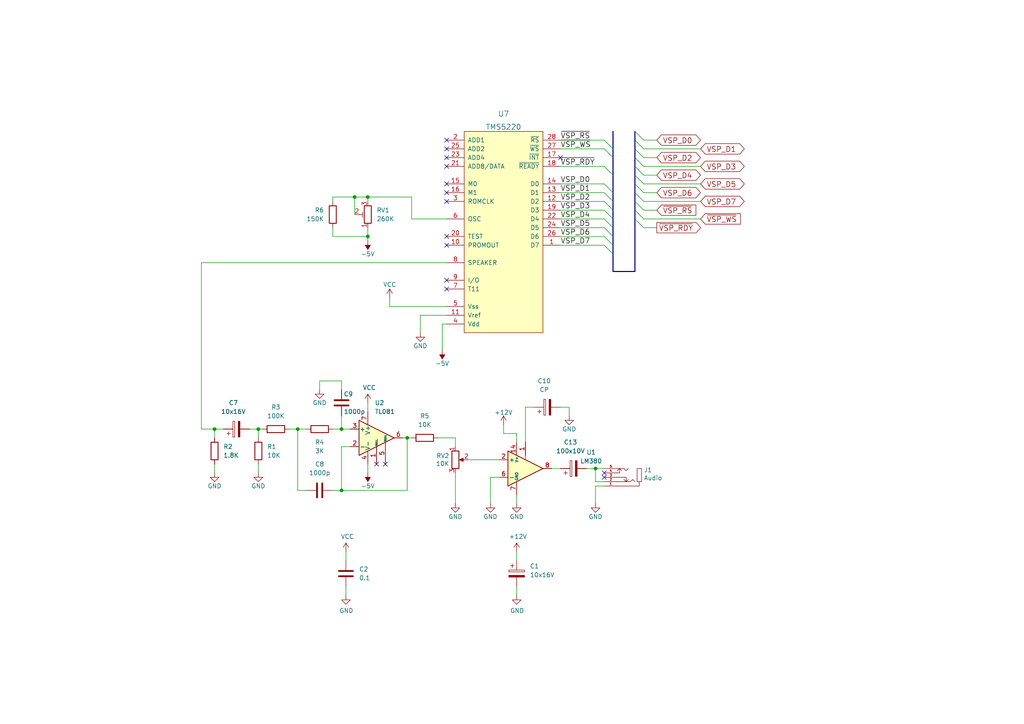
<source format=kicad_sch>
(kicad_sch (version 20211123) (generator eeschema)

  (uuid 5bfb35c4-8408-4633-bc6a-e9d1ca4dae80)

  (paper "A4")

  (lib_symbols
    (symbol "Amplifier_Operational:TL081" (pin_names (offset 0.127)) (in_bom yes) (on_board yes)
      (property "Reference" "U" (id 0) (at 0 6.35 0)
        (effects (font (size 1.27 1.27)) (justify left))
      )
      (property "Value" "TL081" (id 1) (at 0 3.81 0)
        (effects (font (size 1.27 1.27)) (justify left))
      )
      (property "Footprint" "" (id 2) (at 1.27 1.27 0)
        (effects (font (size 1.27 1.27)) hide)
      )
      (property "Datasheet" "http://www.ti.com/lit/ds/symlink/tl081.pdf" (id 3) (at 3.81 3.81 0)
        (effects (font (size 1.27 1.27)) hide)
      )
      (property "ki_keywords" "single opamp" (id 4) (at 0 0 0)
        (effects (font (size 1.27 1.27)) hide)
      )
      (property "ki_description" "Single JFET-Input Operational Amplifiers, DIP-8/SOIC-8" (id 5) (at 0 0 0)
        (effects (font (size 1.27 1.27)) hide)
      )
      (property "ki_fp_filters" "SOIC*3.9x4.9mm*P1.27mm* DIP*W7.62mm* TSSOP*3x3mm*P0.65mm*" (id 6) (at 0 0 0)
        (effects (font (size 1.27 1.27)) hide)
      )
      (symbol "TL081_0_1"
        (polyline
          (pts
            (xy -5.08 5.08)
            (xy 5.08 0)
            (xy -5.08 -5.08)
            (xy -5.08 5.08)
          )
          (stroke (width 0.254) (type default) (color 0 0 0 0))
          (fill (type background))
        )
      )
      (symbol "TL081_1_1"
        (pin input line (at 0 -7.62 90) (length 5.08)
          (name "NULL" (effects (font (size 0.508 0.508))))
          (number "1" (effects (font (size 1.27 1.27))))
        )
        (pin input line (at -7.62 -2.54 0) (length 2.54)
          (name "-" (effects (font (size 1.27 1.27))))
          (number "2" (effects (font (size 1.27 1.27))))
        )
        (pin input line (at -7.62 2.54 0) (length 2.54)
          (name "+" (effects (font (size 1.27 1.27))))
          (number "3" (effects (font (size 1.27 1.27))))
        )
        (pin power_in line (at -2.54 -7.62 90) (length 3.81)
          (name "V-" (effects (font (size 1.27 1.27))))
          (number "4" (effects (font (size 1.27 1.27))))
        )
        (pin input line (at 2.54 -7.62 90) (length 6.35)
          (name "NULL" (effects (font (size 0.508 0.508))))
          (number "5" (effects (font (size 1.27 1.27))))
        )
        (pin output line (at 7.62 0 180) (length 2.54)
          (name "~" (effects (font (size 1.27 1.27))))
          (number "6" (effects (font (size 1.27 1.27))))
        )
        (pin power_in line (at -2.54 7.62 270) (length 3.81)
          (name "V+" (effects (font (size 1.27 1.27))))
          (number "7" (effects (font (size 1.27 1.27))))
        )
        (pin no_connect line (at 0 2.54 270) (length 2.54) hide
          (name "NC" (effects (font (size 1.27 1.27))))
          (number "8" (effects (font (size 1.27 1.27))))
        )
      )
    )
    (symbol "Device:C" (pin_numbers hide) (pin_names (offset 0.254)) (in_bom yes) (on_board yes)
      (property "Reference" "C" (id 0) (at 0.635 2.54 0)
        (effects (font (size 1.27 1.27)) (justify left))
      )
      (property "Value" "C" (id 1) (at 0.635 -2.54 0)
        (effects (font (size 1.27 1.27)) (justify left))
      )
      (property "Footprint" "" (id 2) (at 0.9652 -3.81 0)
        (effects (font (size 1.27 1.27)) hide)
      )
      (property "Datasheet" "~" (id 3) (at 0 0 0)
        (effects (font (size 1.27 1.27)) hide)
      )
      (property "ki_keywords" "cap capacitor" (id 4) (at 0 0 0)
        (effects (font (size 1.27 1.27)) hide)
      )
      (property "ki_description" "Unpolarized capacitor" (id 5) (at 0 0 0)
        (effects (font (size 1.27 1.27)) hide)
      )
      (property "ki_fp_filters" "C_*" (id 6) (at 0 0 0)
        (effects (font (size 1.27 1.27)) hide)
      )
      (symbol "C_0_1"
        (polyline
          (pts
            (xy -2.032 -0.762)
            (xy 2.032 -0.762)
          )
          (stroke (width 0.508) (type default) (color 0 0 0 0))
          (fill (type none))
        )
        (polyline
          (pts
            (xy -2.032 0.762)
            (xy 2.032 0.762)
          )
          (stroke (width 0.508) (type default) (color 0 0 0 0))
          (fill (type none))
        )
      )
      (symbol "C_1_1"
        (pin passive line (at 0 3.81 270) (length 2.794)
          (name "~" (effects (font (size 1.27 1.27))))
          (number "1" (effects (font (size 1.27 1.27))))
        )
        (pin passive line (at 0 -3.81 90) (length 2.794)
          (name "~" (effects (font (size 1.27 1.27))))
          (number "2" (effects (font (size 1.27 1.27))))
        )
      )
    )
    (symbol "Device:C_Polarized" (pin_numbers hide) (pin_names (offset 0.254)) (in_bom yes) (on_board yes)
      (property "Reference" "C" (id 0) (at 0.635 2.54 0)
        (effects (font (size 1.27 1.27)) (justify left))
      )
      (property "Value" "C_Polarized" (id 1) (at 0.635 -2.54 0)
        (effects (font (size 1.27 1.27)) (justify left))
      )
      (property "Footprint" "" (id 2) (at 0.9652 -3.81 0)
        (effects (font (size 1.27 1.27)) hide)
      )
      (property "Datasheet" "~" (id 3) (at 0 0 0)
        (effects (font (size 1.27 1.27)) hide)
      )
      (property "ki_keywords" "cap capacitor" (id 4) (at 0 0 0)
        (effects (font (size 1.27 1.27)) hide)
      )
      (property "ki_description" "Polarized capacitor" (id 5) (at 0 0 0)
        (effects (font (size 1.27 1.27)) hide)
      )
      (property "ki_fp_filters" "CP_*" (id 6) (at 0 0 0)
        (effects (font (size 1.27 1.27)) hide)
      )
      (symbol "C_Polarized_0_1"
        (rectangle (start -2.286 0.508) (end 2.286 1.016)
          (stroke (width 0) (type default) (color 0 0 0 0))
          (fill (type none))
        )
        (polyline
          (pts
            (xy -1.778 2.286)
            (xy -0.762 2.286)
          )
          (stroke (width 0) (type default) (color 0 0 0 0))
          (fill (type none))
        )
        (polyline
          (pts
            (xy -1.27 2.794)
            (xy -1.27 1.778)
          )
          (stroke (width 0) (type default) (color 0 0 0 0))
          (fill (type none))
        )
        (rectangle (start 2.286 -0.508) (end -2.286 -1.016)
          (stroke (width 0) (type default) (color 0 0 0 0))
          (fill (type outline))
        )
      )
      (symbol "C_Polarized_1_1"
        (pin passive line (at 0 3.81 270) (length 2.794)
          (name "~" (effects (font (size 1.27 1.27))))
          (number "1" (effects (font (size 1.27 1.27))))
        )
        (pin passive line (at 0 -3.81 90) (length 2.794)
          (name "~" (effects (font (size 1.27 1.27))))
          (number "2" (effects (font (size 1.27 1.27))))
        )
      )
    )
    (symbol "Device:R" (pin_numbers hide) (pin_names (offset 0)) (in_bom yes) (on_board yes)
      (property "Reference" "R" (id 0) (at 2.032 0 90)
        (effects (font (size 1.27 1.27)))
      )
      (property "Value" "R" (id 1) (at 0 0 90)
        (effects (font (size 1.27 1.27)))
      )
      (property "Footprint" "" (id 2) (at -1.778 0 90)
        (effects (font (size 1.27 1.27)) hide)
      )
      (property "Datasheet" "~" (id 3) (at 0 0 0)
        (effects (font (size 1.27 1.27)) hide)
      )
      (property "ki_keywords" "R res resistor" (id 4) (at 0 0 0)
        (effects (font (size 1.27 1.27)) hide)
      )
      (property "ki_description" "Resistor" (id 5) (at 0 0 0)
        (effects (font (size 1.27 1.27)) hide)
      )
      (property "ki_fp_filters" "R_*" (id 6) (at 0 0 0)
        (effects (font (size 1.27 1.27)) hide)
      )
      (symbol "R_0_1"
        (rectangle (start -1.016 -2.54) (end 1.016 2.54)
          (stroke (width 0.254) (type default) (color 0 0 0 0))
          (fill (type none))
        )
      )
      (symbol "R_1_1"
        (pin passive line (at 0 3.81 270) (length 1.27)
          (name "~" (effects (font (size 1.27 1.27))))
          (number "1" (effects (font (size 1.27 1.27))))
        )
        (pin passive line (at 0 -3.81 90) (length 1.27)
          (name "~" (effects (font (size 1.27 1.27))))
          (number "2" (effects (font (size 1.27 1.27))))
        )
      )
    )
    (symbol "Device:R_Potentiometer" (pin_names (offset 1.016) hide) (in_bom yes) (on_board yes)
      (property "Reference" "RV" (id 0) (at -4.445 0 90)
        (effects (font (size 1.27 1.27)))
      )
      (property "Value" "R_Potentiometer" (id 1) (at -2.54 0 90)
        (effects (font (size 1.27 1.27)))
      )
      (property "Footprint" "" (id 2) (at 0 0 0)
        (effects (font (size 1.27 1.27)) hide)
      )
      (property "Datasheet" "~" (id 3) (at 0 0 0)
        (effects (font (size 1.27 1.27)) hide)
      )
      (property "ki_keywords" "resistor variable" (id 4) (at 0 0 0)
        (effects (font (size 1.27 1.27)) hide)
      )
      (property "ki_description" "Potentiometer" (id 5) (at 0 0 0)
        (effects (font (size 1.27 1.27)) hide)
      )
      (property "ki_fp_filters" "Potentiometer*" (id 6) (at 0 0 0)
        (effects (font (size 1.27 1.27)) hide)
      )
      (symbol "R_Potentiometer_0_1"
        (polyline
          (pts
            (xy 2.54 0)
            (xy 1.524 0)
          )
          (stroke (width 0) (type default) (color 0 0 0 0))
          (fill (type none))
        )
        (polyline
          (pts
            (xy 1.143 0)
            (xy 2.286 0.508)
            (xy 2.286 -0.508)
            (xy 1.143 0)
          )
          (stroke (width 0) (type default) (color 0 0 0 0))
          (fill (type outline))
        )
        (rectangle (start 1.016 2.54) (end -1.016 -2.54)
          (stroke (width 0.254) (type default) (color 0 0 0 0))
          (fill (type none))
        )
      )
      (symbol "R_Potentiometer_1_1"
        (pin passive line (at 0 3.81 270) (length 1.27)
          (name "1" (effects (font (size 1.27 1.27))))
          (number "1" (effects (font (size 1.27 1.27))))
        )
        (pin passive line (at 3.81 0 180) (length 1.27)
          (name "2" (effects (font (size 1.27 1.27))))
          (number "2" (effects (font (size 1.27 1.27))))
        )
        (pin passive line (at 0 -3.81 90) (length 1.27)
          (name "3" (effects (font (size 1.27 1.27))))
          (number "3" (effects (font (size 1.27 1.27))))
        )
      )
    )
    (symbol "Device:R_Potentiometer_Trim" (pin_names (offset 1.016) hide) (in_bom yes) (on_board yes)
      (property "Reference" "RV" (id 0) (at -4.445 0 90)
        (effects (font (size 1.27 1.27)))
      )
      (property "Value" "R_Potentiometer_Trim" (id 1) (at -2.54 0 90)
        (effects (font (size 1.27 1.27)))
      )
      (property "Footprint" "" (id 2) (at 0 0 0)
        (effects (font (size 1.27 1.27)) hide)
      )
      (property "Datasheet" "~" (id 3) (at 0 0 0)
        (effects (font (size 1.27 1.27)) hide)
      )
      (property "ki_keywords" "resistor variable trimpot trimmer" (id 4) (at 0 0 0)
        (effects (font (size 1.27 1.27)) hide)
      )
      (property "ki_description" "Trim-potentiometer" (id 5) (at 0 0 0)
        (effects (font (size 1.27 1.27)) hide)
      )
      (property "ki_fp_filters" "Potentiometer*" (id 6) (at 0 0 0)
        (effects (font (size 1.27 1.27)) hide)
      )
      (symbol "R_Potentiometer_Trim_0_1"
        (polyline
          (pts
            (xy 1.524 0.762)
            (xy 1.524 -0.762)
          )
          (stroke (width 0) (type default) (color 0 0 0 0))
          (fill (type none))
        )
        (polyline
          (pts
            (xy 2.54 0)
            (xy 1.524 0)
          )
          (stroke (width 0) (type default) (color 0 0 0 0))
          (fill (type none))
        )
        (rectangle (start 1.016 2.54) (end -1.016 -2.54)
          (stroke (width 0.254) (type default) (color 0 0 0 0))
          (fill (type none))
        )
      )
      (symbol "R_Potentiometer_Trim_1_1"
        (pin passive line (at 0 3.81 270) (length 1.27)
          (name "1" (effects (font (size 1.27 1.27))))
          (number "1" (effects (font (size 1.27 1.27))))
        )
        (pin passive line (at 3.81 0 180) (length 1.27)
          (name "2" (effects (font (size 1.27 1.27))))
          (number "2" (effects (font (size 1.27 1.27))))
        )
        (pin passive line (at 0 -3.81 90) (length 1.27)
          (name "3" (effects (font (size 1.27 1.27))))
          (number "3" (effects (font (size 1.27 1.27))))
        )
      )
    )
    (symbol "echo_pc2:JACK_6P" (pin_names (offset 1.016)) (in_bom yes) (on_board yes)
      (property "Reference" "J" (id 0) (at 0 -3.81 0)
        (effects (font (size 1.27 1.27)))
      )
      (property "Value" "JACK_6P" (id 1) (at 0 5.08 0)
        (effects (font (size 1.27 1.27)))
      )
      (property "Footprint" "" (id 2) (at -1.905 -2.54 0)
        (effects (font (size 1.27 1.27)))
      )
      (property "Datasheet" "" (id 3) (at -1.905 -2.54 0)
        (effects (font (size 1.27 1.27)))
      )
      (symbol "JACK_6P_0_1"
        (rectangle (start -5.715 1.905) (end -4.445 -1.905)
          (stroke (width 0) (type default) (color 0 0 0 0))
          (fill (type none))
        )
        (polyline
          (pts
            (xy -1.27 1.905)
            (xy -1.905 1.27)
          )
          (stroke (width 0) (type default) (color 0 0 0 0))
          (fill (type none))
        )
        (polyline
          (pts
            (xy -1.27 1.905)
            (xy -0.635 1.27)
          )
          (stroke (width 0) (type default) (color 0 0 0 0))
          (fill (type none))
        )
        (polyline
          (pts
            (xy -0.635 -1.905)
            (xy 1.27 -1.905)
          )
          (stroke (width 0) (type default) (color 0 0 0 0))
          (fill (type none))
        )
        (polyline
          (pts
            (xy 0 -1.27)
            (xy 0.635 -1.905)
          )
          (stroke (width 0) (type default) (color 0 0 0 0))
          (fill (type none))
        )
        (polyline
          (pts
            (xy -5.08 1.905)
            (xy -5.08 3.175)
            (xy 1.27 3.175)
          )
          (stroke (width 0) (type default) (color 0 0 0 0))
          (fill (type none))
        )
        (polyline
          (pts
            (xy -1.27 1.905)
            (xy -1.27 0.635)
            (xy 1.27 0.635)
          )
          (stroke (width 0) (type default) (color 0 0 0 0))
          (fill (type none))
        )
        (polyline
          (pts
            (xy -0.635 -1.905)
            (xy -1.27 -1.27)
            (xy -1.905 -1.905)
          )
          (stroke (width 0) (type default) (color 0 0 0 0))
          (fill (type none))
        )
        (polyline
          (pts
            (xy -3.81 1.905)
            (xy -3.175 1.27)
            (xy -2.54 1.905)
            (xy 1.27 1.905)
          )
          (stroke (width 0) (type default) (color 0 0 0 0))
          (fill (type none))
        )
        (polyline
          (pts
            (xy 1.27 -0.635)
            (xy 0.635 -0.635)
            (xy 0.635 -1.905)
            (xy 1.27 -1.27)
          )
          (stroke (width 0) (type default) (color 0 0 0 0))
          (fill (type none))
        )
      )
      (symbol "JACK_6P_1_1"
        (pin passive line (at 5.08 3.175 180) (length 3.81)
          (name "~" (effects (font (size 0.635 0.635))))
          (number "1" (effects (font (size 0.635 0.635))))
        )
        (pin passive line (at 5.08 1.905 180) (length 3.81)
          (name "~" (effects (font (size 0.635 0.635))))
          (number "2" (effects (font (size 0.635 0.635))))
        )
        (pin passive line (at 5.08 0.635 180) (length 3.81)
          (name "~" (effects (font (size 0.635 0.635))))
          (number "3" (effects (font (size 0.635 0.635))))
        )
        (pin passive line (at 5.08 -0.635 180) (length 3.81)
          (name "~" (effects (font (size 0.635 0.635))))
          (number "4" (effects (font (size 0.635 0.635))))
        )
        (pin passive line (at 5.08 -1.905 180) (length 3.81)
          (name "~" (effects (font (size 0.635 0.635))))
          (number "5" (effects (font (size 0.635 0.635))))
        )
      )
    )
    (symbol "echo_pc2:LM380" (pin_names (offset 0.254)) (in_bom yes) (on_board yes)
      (property "Reference" "U" (id 0) (at 1.27 7.62 0)
        (effects (font (size 1.27 1.27)) (justify left))
      )
      (property "Value" "LM380" (id 1) (at 1.27 5.08 0)
        (effects (font (size 1.27 1.27)) (justify left))
      )
      (property "Footprint" "" (id 2) (at 2.54 2.54 0)
        (effects (font (size 1.27 1.27)) hide)
      )
      (property "Datasheet" "" (id 3) (at 5.08 5.08 0)
        (effects (font (size 1.27 1.27)) hide)
      )
      (property "ki_keywords" "single Power opamp" (id 4) (at 0 0 0)
        (effects (font (size 1.27 1.27)) hide)
      )
      (property "ki_description" "Low Voltage Audio Power Amplifier, DIP-8/SOIC-8/SSOP-8" (id 5) (at 0 0 0)
        (effects (font (size 1.27 1.27)) hide)
      )
      (property "ki_fp_filters" "SOIC*3.9x4.9mm*Pitch1.27mm* DIP*W7.62mm* MSSOP*Pitch0.65mm*" (id 6) (at 0 0 0)
        (effects (font (size 1.27 1.27)) hide)
      )
      (symbol "LM380_0_1"
        (polyline
          (pts
            (xy 0 3.81)
            (xy 0 2.54)
          )
          (stroke (width 0.1524) (type default) (color 0 0 0 0))
          (fill (type none))
        )
        (polyline
          (pts
            (xy 5.08 0)
            (xy -5.08 5.08)
            (xy -5.08 -5.08)
            (xy 5.08 0)
          )
          (stroke (width 0.254) (type default) (color 0 0 0 0))
          (fill (type background))
        )
      )
      (symbol "LM380_1_1"
        (pin input line (at 0 7.62 270) (length 3.81)
          (name "~" (effects (font (size 1.27 1.27))))
          (number "1" (effects (font (size 1.27 1.27))))
        )
        (pin power_in line (at -2.54 7.62 270) (length 3.81)
          (name "V+" (effects (font (size 0.7874 0.7874))))
          (number "14" (effects (font (size 1.27 1.27))))
        )
        (pin input line (at -7.62 2.54 0) (length 2.54)
          (name "+" (effects (font (size 1.27 1.27))))
          (number "2" (effects (font (size 1.27 1.27))))
        )
        (pin input line (at -7.62 -2.54 0) (length 2.54)
          (name "-" (effects (font (size 1.27 1.27))))
          (number "6" (effects (font (size 1.27 1.27))))
        )
        (pin power_in line (at -2.54 -7.62 90) (length 3.81)
          (name "GND" (effects (font (size 0.7874 0.7874))))
          (number "7" (effects (font (size 1.27 1.27))))
        )
        (pin output line (at 7.62 0 180) (length 2.54)
          (name "~" (effects (font (size 1.27 1.27))))
          (number "8" (effects (font (size 1.27 1.27))))
        )
      )
    )
    (symbol "echo_pc2:TMS5220" (pin_names (offset 1.016)) (in_bom yes) (on_board yes)
      (property "Reference" "U" (id 0) (at 0 30.48 0)
        (effects (font (size 1.524 1.524)))
      )
      (property "Value" "TMS5220" (id 1) (at 11.43 -27.94 0)
        (effects (font (size 1.524 1.524)) (justify right))
      )
      (property "Footprint" "" (id 2) (at 0 0 0)
        (effects (font (size 1.524 1.524)))
      )
      (property "Datasheet" "" (id 3) (at 0 0 0)
        (effects (font (size 1.524 1.524)))
      )
      (symbol "TMS5220_0_1"
        (rectangle (start -10.16 29.21) (end 12.7 -29.21)
          (stroke (width 0) (type default) (color 0 0 0 0))
          (fill (type background))
        )
      )
      (symbol "TMS5220_1_1"
        (pin input line (at 17.78 -3.81 180) (length 5.08)
          (name "D7" (effects (font (size 1.27 1.27))))
          (number "1" (effects (font (size 1.27 1.27))))
        )
        (pin input line (at -15.24 -3.81 0) (length 5.08)
          (name "PROMOUT" (effects (font (size 1.27 1.27))))
          (number "10" (effects (font (size 1.27 1.27))))
        )
        (pin power_in line (at -15.24 -24.13 0) (length 5.08)
          (name "Vref" (effects (font (size 1.27 1.27))))
          (number "11" (effects (font (size 1.27 1.27))))
        )
        (pin input line (at 17.78 8.89 180) (length 5.08)
          (name "D2" (effects (font (size 1.27 1.27))))
          (number "12" (effects (font (size 1.27 1.27))))
        )
        (pin input line (at 17.78 11.43 180) (length 5.08)
          (name "D1" (effects (font (size 1.27 1.27))))
          (number "13" (effects (font (size 1.27 1.27))))
        )
        (pin input line (at 17.78 13.97 180) (length 5.08)
          (name "D0" (effects (font (size 1.27 1.27))))
          (number "14" (effects (font (size 1.27 1.27))))
        )
        (pin input line (at -15.24 13.97 0) (length 5.08)
          (name "M0" (effects (font (size 1.27 1.27))))
          (number "15" (effects (font (size 1.27 1.27))))
        )
        (pin input line (at -15.24 11.43 0) (length 5.08)
          (name "M1" (effects (font (size 1.27 1.27))))
          (number "16" (effects (font (size 1.27 1.27))))
        )
        (pin output line (at 17.78 21.59 180) (length 5.08)
          (name "~{INT}" (effects (font (size 1.27 1.27))))
          (number "17" (effects (font (size 1.27 1.27))))
        )
        (pin output line (at 17.78 19.05 180) (length 5.08)
          (name "~{READY}" (effects (font (size 1.27 1.27))))
          (number "18" (effects (font (size 1.27 1.27))))
        )
        (pin input line (at 17.78 6.35 180) (length 5.08)
          (name "D3" (effects (font (size 1.27 1.27))))
          (number "19" (effects (font (size 1.27 1.27))))
        )
        (pin input line (at -15.24 26.67 0) (length 5.08)
          (name "ADD1" (effects (font (size 1.27 1.27))))
          (number "2" (effects (font (size 1.27 1.27))))
        )
        (pin input line (at -15.24 -1.27 0) (length 5.08)
          (name "TEST" (effects (font (size 1.27 1.27))))
          (number "20" (effects (font (size 1.27 1.27))))
        )
        (pin input line (at -15.24 19.05 0) (length 5.08)
          (name "ADD8/DATA" (effects (font (size 1.27 1.27))))
          (number "21" (effects (font (size 1.27 1.27))))
        )
        (pin input line (at 17.78 3.81 180) (length 5.08)
          (name "D4" (effects (font (size 1.27 1.27))))
          (number "22" (effects (font (size 1.27 1.27))))
        )
        (pin input line (at -15.24 21.59 0) (length 5.08)
          (name "ADD4" (effects (font (size 1.27 1.27))))
          (number "23" (effects (font (size 1.27 1.27))))
        )
        (pin input line (at 17.78 1.27 180) (length 5.08)
          (name "D5" (effects (font (size 1.27 1.27))))
          (number "24" (effects (font (size 1.27 1.27))))
        )
        (pin input line (at -15.24 24.13 0) (length 5.08)
          (name "ADD2" (effects (font (size 1.27 1.27))))
          (number "25" (effects (font (size 1.27 1.27))))
        )
        (pin input line (at 17.78 -1.27 180) (length 5.08)
          (name "D6" (effects (font (size 1.27 1.27))))
          (number "26" (effects (font (size 1.27 1.27))))
        )
        (pin input line (at 17.78 24.13 180) (length 5.08)
          (name "~{WS}" (effects (font (size 1.27 1.27))))
          (number "27" (effects (font (size 1.27 1.27))))
        )
        (pin input line (at 17.78 26.67 180) (length 5.08)
          (name "~{RS}" (effects (font (size 1.27 1.27))))
          (number "28" (effects (font (size 1.27 1.27))))
        )
        (pin input line (at -15.24 8.89 0) (length 5.08)
          (name "ROMCLK" (effects (font (size 1.27 1.27))))
          (number "3" (effects (font (size 1.27 1.27))))
        )
        (pin power_in line (at -15.24 -26.67 0) (length 5.08)
          (name "Vdd" (effects (font (size 1.27 1.27))))
          (number "4" (effects (font (size 1.27 1.27))))
        )
        (pin power_in line (at -15.24 -21.59 0) (length 5.08)
          (name "Vss" (effects (font (size 1.27 1.27))))
          (number "5" (effects (font (size 1.27 1.27))))
        )
        (pin input line (at -15.24 3.81 0) (length 5.08)
          (name "OSC" (effects (font (size 1.27 1.27))))
          (number "6" (effects (font (size 1.27 1.27))))
        )
        (pin input line (at -15.24 -16.51 0) (length 5.08)
          (name "T11" (effects (font (size 1.27 1.27))))
          (number "7" (effects (font (size 1.27 1.27))))
        )
        (pin output line (at -15.24 -8.89 0) (length 5.08)
          (name "SPEAKER" (effects (font (size 1.27 1.27))))
          (number "8" (effects (font (size 1.27 1.27))))
        )
        (pin input line (at -15.24 -13.97 0) (length 5.08)
          (name "I/O" (effects (font (size 1.27 1.27))))
          (number "9" (effects (font (size 1.27 1.27))))
        )
      )
    )
    (symbol "power:+12V" (power) (pin_names (offset 0)) (in_bom yes) (on_board yes)
      (property "Reference" "#PWR" (id 0) (at 0 -3.81 0)
        (effects (font (size 1.27 1.27)) hide)
      )
      (property "Value" "+12V" (id 1) (at 0 3.556 0)
        (effects (font (size 1.27 1.27)))
      )
      (property "Footprint" "" (id 2) (at 0 0 0)
        (effects (font (size 1.27 1.27)) hide)
      )
      (property "Datasheet" "" (id 3) (at 0 0 0)
        (effects (font (size 1.27 1.27)) hide)
      )
      (property "ki_keywords" "power-flag" (id 4) (at 0 0 0)
        (effects (font (size 1.27 1.27)) hide)
      )
      (property "ki_description" "Power symbol creates a global label with name \"+12V\"" (id 5) (at 0 0 0)
        (effects (font (size 1.27 1.27)) hide)
      )
      (symbol "+12V_0_1"
        (polyline
          (pts
            (xy -0.762 1.27)
            (xy 0 2.54)
          )
          (stroke (width 0) (type default) (color 0 0 0 0))
          (fill (type none))
        )
        (polyline
          (pts
            (xy 0 0)
            (xy 0 2.54)
          )
          (stroke (width 0) (type default) (color 0 0 0 0))
          (fill (type none))
        )
        (polyline
          (pts
            (xy 0 2.54)
            (xy 0.762 1.27)
          )
          (stroke (width 0) (type default) (color 0 0 0 0))
          (fill (type none))
        )
      )
      (symbol "+12V_1_1"
        (pin power_in line (at 0 0 90) (length 0) hide
          (name "+12V" (effects (font (size 1.27 1.27))))
          (number "1" (effects (font (size 1.27 1.27))))
        )
      )
    )
    (symbol "power:-5V" (power) (pin_names (offset 0)) (in_bom yes) (on_board yes)
      (property "Reference" "#PWR" (id 0) (at 0 2.54 0)
        (effects (font (size 1.27 1.27)) hide)
      )
      (property "Value" "-5V" (id 1) (at 0 3.81 0)
        (effects (font (size 1.27 1.27)))
      )
      (property "Footprint" "" (id 2) (at 0 0 0)
        (effects (font (size 1.27 1.27)) hide)
      )
      (property "Datasheet" "" (id 3) (at 0 0 0)
        (effects (font (size 1.27 1.27)) hide)
      )
      (property "ki_keywords" "power-flag" (id 4) (at 0 0 0)
        (effects (font (size 1.27 1.27)) hide)
      )
      (property "ki_description" "Power symbol creates a global label with name \"-5V\"" (id 5) (at 0 0 0)
        (effects (font (size 1.27 1.27)) hide)
      )
      (symbol "-5V_0_0"
        (pin power_in line (at 0 0 90) (length 0) hide
          (name "-5V" (effects (font (size 1.27 1.27))))
          (number "1" (effects (font (size 1.27 1.27))))
        )
      )
      (symbol "-5V_0_1"
        (polyline
          (pts
            (xy 0 0)
            (xy 0 1.27)
            (xy 0.762 1.27)
            (xy 0 2.54)
            (xy -0.762 1.27)
            (xy 0 1.27)
          )
          (stroke (width 0) (type default) (color 0 0 0 0))
          (fill (type outline))
        )
      )
    )
    (symbol "power:GND" (power) (pin_names (offset 0)) (in_bom yes) (on_board yes)
      (property "Reference" "#PWR" (id 0) (at 0 -6.35 0)
        (effects (font (size 1.27 1.27)) hide)
      )
      (property "Value" "GND" (id 1) (at 0 -3.81 0)
        (effects (font (size 1.27 1.27)))
      )
      (property "Footprint" "" (id 2) (at 0 0 0)
        (effects (font (size 1.27 1.27)) hide)
      )
      (property "Datasheet" "" (id 3) (at 0 0 0)
        (effects (font (size 1.27 1.27)) hide)
      )
      (property "ki_keywords" "power-flag" (id 4) (at 0 0 0)
        (effects (font (size 1.27 1.27)) hide)
      )
      (property "ki_description" "Power symbol creates a global label with name \"GND\" , ground" (id 5) (at 0 0 0)
        (effects (font (size 1.27 1.27)) hide)
      )
      (symbol "GND_0_1"
        (polyline
          (pts
            (xy 0 0)
            (xy 0 -1.27)
            (xy 1.27 -1.27)
            (xy 0 -2.54)
            (xy -1.27 -1.27)
            (xy 0 -1.27)
          )
          (stroke (width 0) (type default) (color 0 0 0 0))
          (fill (type none))
        )
      )
      (symbol "GND_1_1"
        (pin power_in line (at 0 0 270) (length 0) hide
          (name "GND" (effects (font (size 1.27 1.27))))
          (number "1" (effects (font (size 1.27 1.27))))
        )
      )
    )
    (symbol "power:VCC" (power) (pin_names (offset 0)) (in_bom yes) (on_board yes)
      (property "Reference" "#PWR" (id 0) (at 0 -3.81 0)
        (effects (font (size 1.27 1.27)) hide)
      )
      (property "Value" "VCC" (id 1) (at 0 3.81 0)
        (effects (font (size 1.27 1.27)))
      )
      (property "Footprint" "" (id 2) (at 0 0 0)
        (effects (font (size 1.27 1.27)) hide)
      )
      (property "Datasheet" "" (id 3) (at 0 0 0)
        (effects (font (size 1.27 1.27)) hide)
      )
      (property "ki_keywords" "power-flag" (id 4) (at 0 0 0)
        (effects (font (size 1.27 1.27)) hide)
      )
      (property "ki_description" "Power symbol creates a global label with name \"VCC\"" (id 5) (at 0 0 0)
        (effects (font (size 1.27 1.27)) hide)
      )
      (symbol "VCC_0_1"
        (polyline
          (pts
            (xy -0.762 1.27)
            (xy 0 2.54)
          )
          (stroke (width 0) (type default) (color 0 0 0 0))
          (fill (type none))
        )
        (polyline
          (pts
            (xy 0 0)
            (xy 0 2.54)
          )
          (stroke (width 0) (type default) (color 0 0 0 0))
          (fill (type none))
        )
        (polyline
          (pts
            (xy 0 2.54)
            (xy 0.762 1.27)
          )
          (stroke (width 0) (type default) (color 0 0 0 0))
          (fill (type none))
        )
      )
      (symbol "VCC_1_1"
        (pin power_in line (at 0 0 90) (length 0) hide
          (name "VCC" (effects (font (size 1.27 1.27))))
          (number "1" (effects (font (size 1.27 1.27))))
        )
      )
    )
  )

  (junction (at 102.87 57.15) (diameter 0) (color 0 0 0 0)
    (uuid 21ff0b08-4977-430b-82bf-9cfbd07fbd2b)
  )
  (junction (at 106.68 68.58) (diameter 0) (color 0 0 0 0)
    (uuid 2893ead5-1b68-4962-b05c-484e2286ac4b)
  )
  (junction (at 118.11 127) (diameter 0) (color 0 0 0 0)
    (uuid 5f4377e7-a6d4-4f75-b0f2-16773945e2aa)
  )
  (junction (at 172.72 135.89) (diameter 0) (color 0 0 0 0)
    (uuid 81892ee1-84d6-4581-9fb8-102bf3d24654)
  )
  (junction (at 74.93 124.46) (diameter 0) (color 0 0 0 0)
    (uuid 8e5c3bc9-10ce-4007-b3ba-8f86545e375f)
  )
  (junction (at 106.68 57.15) (diameter 0) (color 0 0 0 0)
    (uuid 9131b9a6-7523-488a-a3e0-2db383403644)
  )
  (junction (at 99.06 124.46) (diameter 0) (color 0 0 0 0)
    (uuid adf33e33-0b8d-4e16-a5c0-2fee328b3c8c)
  )
  (junction (at 99.06 142.24) (diameter 0) (color 0 0 0 0)
    (uuid c3983392-bd23-4507-9333-5dc972d88da5)
  )
  (junction (at 62.23 124.46) (diameter 0) (color 0 0 0 0)
    (uuid cc26139f-08fe-4b8d-9928-8bdc48e68318)
  )
  (junction (at 86.36 124.46) (diameter 0) (color 0 0 0 0)
    (uuid e4ab70e4-00ba-4be9-a572-8f8af06fb056)
  )

  (no_connect (at 175.26 138.43) (uuid 04b7de94-1610-4205-8a1e-a14021eac2ff))
  (no_connect (at 129.54 81.28) (uuid 0e3f3f43-1831-4a20-b7ac-50e947042026))
  (no_connect (at 109.22 134.62) (uuid 1735a61d-27be-4ef5-b8cf-cb3da41ea45c))
  (no_connect (at 162.56 45.72) (uuid 1e6d0a4d-4b66-44a5-812c-4b1c08ad73d5))
  (no_connect (at 129.54 53.34) (uuid 22f39cf5-2f9f-42d8-bcc9-04426d06e262))
  (no_connect (at 129.54 43.18) (uuid 43287384-b3f0-4ce9-9096-fdb2de885a6b))
  (no_connect (at 129.54 58.42) (uuid 494f54ff-e5dc-4c7c-9d4c-626f22dd759e))
  (no_connect (at 129.54 71.12) (uuid 4b6b544c-c0ea-4947-bd9f-cb93eef85d14))
  (no_connect (at 129.54 48.26) (uuid 767da540-daf0-4b3e-bcc0-e91ab8f30fb8))
  (no_connect (at 129.54 83.82) (uuid 8d037352-5b27-4767-83df-33d3a1162d43))
  (no_connect (at 129.54 55.88) (uuid 93b6062b-7a1d-4086-b7e9-1886ffc68854))
  (no_connect (at 129.54 40.64) (uuid a706ee47-a350-4f88-b680-6173a487da03))
  (no_connect (at 129.54 45.72) (uuid b176ec63-ed0d-4565-b740-77ad4bcde153))
  (no_connect (at 111.76 134.62) (uuid c2d78107-7470-4fe8-8b3a-dde8ee529c22))
  (no_connect (at 175.26 137.16) (uuid c7b4f06d-c51e-4b43-af61-1eec0b449766))
  (no_connect (at 129.54 68.58) (uuid e1c2f0cd-927c-45b1-bfbb-aab9af3df27f))

  (bus_entry (at 175.26 63.5) (size 2.54 2.54)
    (stroke (width 0) (type default) (color 0 0 0 0))
    (uuid 195d6c14-1a5d-4050-8ec5-f5687c5c5b94)
  )
  (bus_entry (at 175.26 68.58) (size 2.54 2.54)
    (stroke (width 0) (type default) (color 0 0 0 0))
    (uuid 1caeb5db-e043-4b76-a424-359873a39c9a)
  )
  (bus_entry (at 184.15 40.64) (size 2.54 2.54)
    (stroke (width 0) (type default) (color 0 0 0 0))
    (uuid 1d037929-4e8d-47a5-b3a9-8baa9f7bb969)
  )
  (bus_entry (at 184.15 50.8) (size 2.54 2.54)
    (stroke (width 0) (type default) (color 0 0 0 0))
    (uuid 1f8ad307-d8be-453c-994f-6bef3438fee3)
  )
  (bus_entry (at 184.15 48.26) (size 2.54 2.54)
    (stroke (width 0) (type default) (color 0 0 0 0))
    (uuid 2453029a-1c1f-4603-805b-423ef0292cfd)
  )
  (bus_entry (at 175.26 40.64) (size 2.54 2.54)
    (stroke (width 0) (type default) (color 0 0 0 0))
    (uuid 357b00e6-4d2d-46fa-ae71-acca0e13f553)
  )
  (bus_entry (at 175.26 71.12) (size 2.54 2.54)
    (stroke (width 0) (type default) (color 0 0 0 0))
    (uuid 491264f5-dbbf-4363-82ed-70acf05e2536)
  )
  (bus_entry (at 184.15 53.34) (size 2.54 2.54)
    (stroke (width 0) (type default) (color 0 0 0 0))
    (uuid 4cd1fdbb-4963-48c2-8d7d-c1de73ef47e3)
  )
  (bus_entry (at 184.15 45.72) (size 2.54 2.54)
    (stroke (width 0) (type default) (color 0 0 0 0))
    (uuid 531de1e2-40aa-417e-89e8-c2e4ad531c42)
  )
  (bus_entry (at 175.26 60.96) (size 2.54 2.54)
    (stroke (width 0) (type default) (color 0 0 0 0))
    (uuid 57739c65-41db-4308-8ecc-e203935b089b)
  )
  (bus_entry (at 175.26 66.04) (size 2.54 2.54)
    (stroke (width 0) (type default) (color 0 0 0 0))
    (uuid 5cac7e31-01ca-44b5-82c3-231025642f6e)
  )
  (bus_entry (at 184.15 38.1) (size 2.54 2.54)
    (stroke (width 0) (type default) (color 0 0 0 0))
    (uuid 746f4f16-ac8b-4ffd-b026-0255533b4c85)
  )
  (bus_entry (at 184.15 43.18) (size 2.54 2.54)
    (stroke (width 0) (type default) (color 0 0 0 0))
    (uuid 77ab16c6-8365-4513-b8ba-9fb038d69676)
  )
  (bus_entry (at 184.15 58.42) (size 2.54 2.54)
    (stroke (width 0) (type default) (color 0 0 0 0))
    (uuid 897eac3b-de9c-44d5-bb3e-abadc16821a9)
  )
  (bus_entry (at 175.26 58.42) (size 2.54 2.54)
    (stroke (width 0) (type default) (color 0 0 0 0))
    (uuid 94be5f3e-8c26-4019-9952-ec96853b0554)
  )
  (bus_entry (at 175.26 53.34) (size 2.54 2.54)
    (stroke (width 0) (type default) (color 0 0 0 0))
    (uuid 9667e143-7d9d-442c-b0e2-55dc5e380aa2)
  )
  (bus_entry (at 175.26 55.88) (size 2.54 2.54)
    (stroke (width 0) (type default) (color 0 0 0 0))
    (uuid a7207148-82a6-4f75-9197-ebd8d52e8d21)
  )
  (bus_entry (at 184.15 63.5) (size 2.54 2.54)
    (stroke (width 0) (type default) (color 0 0 0 0))
    (uuid cdcef202-3932-4680-8e0e-1b8043967bef)
  )
  (bus_entry (at 175.26 43.18) (size 2.54 2.54)
    (stroke (width 0) (type default) (color 0 0 0 0))
    (uuid d0670456-6afd-4efb-a023-806f955ac87c)
  )
  (bus_entry (at 175.26 48.26) (size 2.54 2.54)
    (stroke (width 0) (type default) (color 0 0 0 0))
    (uuid d18ec198-f2e2-49eb-94c0-8888222d5bd2)
  )
  (bus_entry (at 184.15 55.88) (size 2.54 2.54)
    (stroke (width 0) (type default) (color 0 0 0 0))
    (uuid d5820c8c-b696-4bdd-bcc2-11e710ff3a9f)
  )
  (bus_entry (at 184.15 60.96) (size 2.54 2.54)
    (stroke (width 0) (type default) (color 0 0 0 0))
    (uuid ee8dfc4a-f095-444f-8af7-c879ac51f589)
  )

  (wire (pts (xy 162.56 53.34) (xy 175.26 53.34))
    (stroke (width 0) (type default) (color 0 0 0 0))
    (uuid 025ae7d0-ce80-4ce3-9059-4ee191e6c703)
  )
  (wire (pts (xy 172.72 140.97) (xy 172.72 146.05))
    (stroke (width 0) (type default) (color 0 0 0 0))
    (uuid 0330ce7d-09ed-4775-95bf-18410e8f8695)
  )
  (wire (pts (xy 142.24 138.43) (xy 144.78 138.43))
    (stroke (width 0) (type default) (color 0 0 0 0))
    (uuid 0558cd57-4d08-4088-be25-4efebb208371)
  )
  (wire (pts (xy 86.36 142.24) (xy 86.36 124.46))
    (stroke (width 0) (type default) (color 0 0 0 0))
    (uuid 0ce79a86-2eed-4376-aebe-f0c27264263c)
  )
  (wire (pts (xy 99.06 110.49) (xy 99.06 113.03))
    (stroke (width 0) (type default) (color 0 0 0 0))
    (uuid 0d03c816-78a0-46c7-a5f4-cdf57211b7f4)
  )
  (wire (pts (xy 152.4 118.11) (xy 154.94 118.11))
    (stroke (width 0) (type default) (color 0 0 0 0))
    (uuid 0d9eb6f7-b1f6-4f31-9ccc-db34487bbf61)
  )
  (wire (pts (xy 162.56 40.64) (xy 175.26 40.64))
    (stroke (width 0) (type default) (color 0 0 0 0))
    (uuid 0f05b1df-6956-41e1-8e27-04a0d8436693)
  )
  (wire (pts (xy 121.92 91.44) (xy 129.54 91.44))
    (stroke (width 0) (type default) (color 0 0 0 0))
    (uuid 0f1eb00a-6271-491e-b938-42570fa63131)
  )
  (wire (pts (xy 99.06 129.54) (xy 99.06 142.24))
    (stroke (width 0) (type default) (color 0 0 0 0))
    (uuid 0fbcefe6-e4d3-4c14-8cb5-5037e3feca3e)
  )
  (wire (pts (xy 149.86 160.02) (xy 149.86 162.56))
    (stroke (width 0) (type default) (color 0 0 0 0))
    (uuid 12888bed-85f7-48a4-a93f-abf953203671)
  )
  (wire (pts (xy 119.38 57.15) (xy 119.38 63.5))
    (stroke (width 0) (type default) (color 0 0 0 0))
    (uuid 136ca5df-1014-4ef4-9d16-f4ce28fb61b6)
  )
  (wire (pts (xy 58.42 76.2) (xy 129.54 76.2))
    (stroke (width 0) (type default) (color 0 0 0 0))
    (uuid 140244e1-a33c-42ec-88d9-536740519c06)
  )
  (bus (pts (xy 177.8 71.12) (xy 177.8 73.66))
    (stroke (width 0) (type default) (color 0 0 0 0))
    (uuid 17e8a409-47d8-4c38-bd3c-84d002e86b47)
  )
  (bus (pts (xy 184.15 63.5) (xy 184.15 78.74))
    (stroke (width 0) (type default) (color 0 0 0 0))
    (uuid 184254cc-96d3-4a32-a8a1-e8ee1f337004)
  )

  (wire (pts (xy 106.68 66.04) (xy 106.68 68.58))
    (stroke (width 0) (type default) (color 0 0 0 0))
    (uuid 1de69259-8ede-4afc-898e-1e8fc61c8326)
  )
  (wire (pts (xy 83.82 124.46) (xy 86.36 124.46))
    (stroke (width 0) (type default) (color 0 0 0 0))
    (uuid 24ef12d7-046e-47f9-8f15-e6dda15f7b86)
  )
  (wire (pts (xy 186.69 63.5) (xy 203.2 63.5))
    (stroke (width 0) (type default) (color 0 0 0 0))
    (uuid 2927dfff-341a-402f-9a12-166b517b682e)
  )
  (wire (pts (xy 99.06 124.46) (xy 101.6 124.46))
    (stroke (width 0) (type default) (color 0 0 0 0))
    (uuid 29f489f7-bb59-4939-ac06-b722aee3661e)
  )
  (wire (pts (xy 186.69 50.8) (xy 190.5 50.8))
    (stroke (width 0) (type default) (color 0 0 0 0))
    (uuid 2abe0c27-9618-4580-9bd7-b4245a9bf702)
  )
  (wire (pts (xy 96.52 124.46) (xy 99.06 124.46))
    (stroke (width 0) (type default) (color 0 0 0 0))
    (uuid 2bd0118b-5ef7-4c6d-88eb-24a4b1b747ee)
  )
  (bus (pts (xy 184.15 38.1) (xy 184.15 40.64))
    (stroke (width 0) (type default) (color 0 0 0 0))
    (uuid 2d0e632b-aed6-4a21-b6d6-249ffa1d1155)
  )

  (wire (pts (xy 186.69 58.42) (xy 203.2 58.42))
    (stroke (width 0) (type default) (color 0 0 0 0))
    (uuid 2d3f7cb2-313d-4763-9c56-0e1bb64e827e)
  )
  (bus (pts (xy 177.8 78.74) (xy 184.15 78.74))
    (stroke (width 0) (type default) (color 0 0 0 0))
    (uuid 2f6cf861-21da-4629-83d4-3ff36a14a39d)
  )

  (wire (pts (xy 149.86 170.18) (xy 149.86 172.72))
    (stroke (width 0) (type default) (color 0 0 0 0))
    (uuid 2fcec559-b191-41eb-91dd-bfe068c96424)
  )
  (wire (pts (xy 127 127) (xy 132.08 127))
    (stroke (width 0) (type default) (color 0 0 0 0))
    (uuid 3250a526-d9a5-4d29-b610-8ca4f25d868c)
  )
  (wire (pts (xy 149.86 143.51) (xy 149.86 146.05))
    (stroke (width 0) (type default) (color 0 0 0 0))
    (uuid 3cb14cda-755b-4c40-a678-03b0b18bd61e)
  )
  (wire (pts (xy 106.68 134.62) (xy 106.68 137.16))
    (stroke (width 0) (type default) (color 0 0 0 0))
    (uuid 42ba3763-3122-45bf-a21f-e47bd20e39e0)
  )
  (wire (pts (xy 186.69 43.18) (xy 203.2 43.18))
    (stroke (width 0) (type default) (color 0 0 0 0))
    (uuid 47b22270-e184-48cb-82fb-d1e8cee35ae6)
  )
  (wire (pts (xy 162.56 43.18) (xy 175.26 43.18))
    (stroke (width 0) (type default) (color 0 0 0 0))
    (uuid 49125a3f-641e-425f-b3e1-51260b35b97c)
  )
  (wire (pts (xy 106.68 58.42) (xy 106.68 57.15))
    (stroke (width 0) (type default) (color 0 0 0 0))
    (uuid 4b0f5fd4-b2aa-46a9-8fa6-7a816ed5fb88)
  )
  (bus (pts (xy 184.15 55.88) (xy 184.15 58.42))
    (stroke (width 0) (type default) (color 0 0 0 0))
    (uuid 4b93f3f7-0e24-4416-92a7-df83d699ed7d)
  )
  (bus (pts (xy 184.15 58.42) (xy 184.15 60.96))
    (stroke (width 0) (type default) (color 0 0 0 0))
    (uuid 4c30a009-37a4-4d33-8a95-2844781b0548)
  )

  (wire (pts (xy 165.1 118.11) (xy 165.1 120.65))
    (stroke (width 0) (type default) (color 0 0 0 0))
    (uuid 4d97d58b-b464-4fae-8c8e-1bab6b7b93ca)
  )
  (wire (pts (xy 186.69 48.26) (xy 203.2 48.26))
    (stroke (width 0) (type default) (color 0 0 0 0))
    (uuid 50bdf3c4-246c-40ce-8388-e63b06c6cd8b)
  )
  (wire (pts (xy 162.56 55.88) (xy 175.26 55.88))
    (stroke (width 0) (type default) (color 0 0 0 0))
    (uuid 51177902-4884-4ebb-93fb-9e02ae13e5df)
  )
  (wire (pts (xy 162.56 48.26) (xy 175.26 48.26))
    (stroke (width 0) (type default) (color 0 0 0 0))
    (uuid 538616f2-d67b-4728-94f4-f8a9aa1bfaec)
  )
  (wire (pts (xy 58.42 124.46) (xy 62.23 124.46))
    (stroke (width 0) (type default) (color 0 0 0 0))
    (uuid 54e39f02-324a-46a7-b02d-5e5a45cdc0ef)
  )
  (wire (pts (xy 62.23 124.46) (xy 62.23 127))
    (stroke (width 0) (type default) (color 0 0 0 0))
    (uuid 55766e43-8923-43ad-968b-d4330dd978f3)
  )
  (wire (pts (xy 102.87 57.15) (xy 106.68 57.15))
    (stroke (width 0) (type default) (color 0 0 0 0))
    (uuid 5bc0286a-7727-4feb-bf83-d36b38e8a0ed)
  )
  (wire (pts (xy 99.06 142.24) (xy 118.11 142.24))
    (stroke (width 0) (type default) (color 0 0 0 0))
    (uuid 5bc7b501-a9ac-4343-b839-f66ab4ab355b)
  )
  (wire (pts (xy 96.52 58.42) (xy 96.52 57.15))
    (stroke (width 0) (type default) (color 0 0 0 0))
    (uuid 5ea4ef04-4053-46aa-ad97-b307f711b2f3)
  )
  (wire (pts (xy 186.69 45.72) (xy 190.5 45.72))
    (stroke (width 0) (type default) (color 0 0 0 0))
    (uuid 640c8d2d-24e9-4bbb-996d-8b85acbfb8be)
  )
  (bus (pts (xy 177.8 50.8) (xy 177.8 55.88))
    (stroke (width 0) (type default) (color 0 0 0 0))
    (uuid 66a20bc8-2bbc-41b1-af25-7d338bce40d7)
  )

  (wire (pts (xy 62.23 124.46) (xy 64.77 124.46))
    (stroke (width 0) (type default) (color 0 0 0 0))
    (uuid 6981d502-ea58-4f16-8732-99a2f782d3b5)
  )
  (bus (pts (xy 177.8 38.1) (xy 177.8 43.18))
    (stroke (width 0) (type default) (color 0 0 0 0))
    (uuid 6a5ef4c6-fbb4-4aed-a941-8d3baae7ca87)
  )

  (wire (pts (xy 186.69 55.88) (xy 190.5 55.88))
    (stroke (width 0) (type default) (color 0 0 0 0))
    (uuid 6b351ef0-4ee5-4c8c-aeb4-72c0ef6ca77e)
  )
  (wire (pts (xy 86.36 142.24) (xy 88.9 142.24))
    (stroke (width 0) (type default) (color 0 0 0 0))
    (uuid 6cf814c6-e8b8-4157-8baa-53ea5ef4badf)
  )
  (wire (pts (xy 170.18 135.89) (xy 172.72 135.89))
    (stroke (width 0) (type default) (color 0 0 0 0))
    (uuid 6d09c6f8-d619-4b17-b35c-56c226e87f7e)
  )
  (wire (pts (xy 58.42 76.2) (xy 58.42 124.46))
    (stroke (width 0) (type default) (color 0 0 0 0))
    (uuid 6dc76703-5503-4050-ad83-6f4af3a66157)
  )
  (bus (pts (xy 177.8 68.58) (xy 177.8 71.12))
    (stroke (width 0) (type default) (color 0 0 0 0))
    (uuid 6e4c1240-22c4-4399-bb0f-48962c56a875)
  )

  (wire (pts (xy 118.11 127) (xy 119.38 127))
    (stroke (width 0) (type default) (color 0 0 0 0))
    (uuid 6e668c7b-d19b-4fa8-b838-0b4ba4de5736)
  )
  (wire (pts (xy 128.27 93.98) (xy 128.27 101.6))
    (stroke (width 0) (type default) (color 0 0 0 0))
    (uuid 7274993a-1a4a-4830-98a0-181a5018ab81)
  )
  (wire (pts (xy 106.68 116.84) (xy 106.68 119.38))
    (stroke (width 0) (type default) (color 0 0 0 0))
    (uuid 747992fe-3ec9-4ca2-95dd-de67d3e2ad23)
  )
  (bus (pts (xy 177.8 55.88) (xy 177.8 58.42))
    (stroke (width 0) (type default) (color 0 0 0 0))
    (uuid 769b9864-8dbd-4fe3-a5ee-23e9e1210795)
  )

  (wire (pts (xy 102.87 62.23) (xy 102.87 57.15))
    (stroke (width 0) (type default) (color 0 0 0 0))
    (uuid 76c060b9-14a5-445d-a76f-59f9c1338ed1)
  )
  (wire (pts (xy 186.69 53.34) (xy 203.2 53.34))
    (stroke (width 0) (type default) (color 0 0 0 0))
    (uuid 78574439-75a9-47ed-b2d8-b660ce2ae4f1)
  )
  (wire (pts (xy 92.71 110.49) (xy 99.06 110.49))
    (stroke (width 0) (type default) (color 0 0 0 0))
    (uuid 79d7f8c9-bcaf-407c-a18d-d262b24dabca)
  )
  (bus (pts (xy 184.15 50.8) (xy 184.15 53.34))
    (stroke (width 0) (type default) (color 0 0 0 0))
    (uuid 7c117526-cd91-492d-b5cb-66e15ddcd6c0)
  )

  (wire (pts (xy 162.56 66.04) (xy 175.26 66.04))
    (stroke (width 0) (type default) (color 0 0 0 0))
    (uuid 7dece4a3-29a8-44fe-8f88-64f75d799092)
  )
  (bus (pts (xy 184.15 43.18) (xy 184.15 45.72))
    (stroke (width 0) (type default) (color 0 0 0 0))
    (uuid 8030ee45-8e1d-4808-9f9a-a338d3f79af3)
  )

  (wire (pts (xy 72.39 124.46) (xy 74.93 124.46))
    (stroke (width 0) (type default) (color 0 0 0 0))
    (uuid 8790fd59-815d-4129-88a5-1b26697b5e67)
  )
  (wire (pts (xy 175.26 139.7) (xy 172.72 139.7))
    (stroke (width 0) (type default) (color 0 0 0 0))
    (uuid 8837bc70-00e8-40e0-9a35-7439caf3435f)
  )
  (wire (pts (xy 74.93 134.62) (xy 74.93 137.16))
    (stroke (width 0) (type default) (color 0 0 0 0))
    (uuid 9572e2b8-1fbb-4208-94cd-86be4c535dc0)
  )
  (wire (pts (xy 142.24 146.05) (xy 142.24 138.43))
    (stroke (width 0) (type default) (color 0 0 0 0))
    (uuid 997f7db7-ca1c-4ba3-abaf-2960503a79c3)
  )
  (wire (pts (xy 106.68 68.58) (xy 106.68 69.85))
    (stroke (width 0) (type default) (color 0 0 0 0))
    (uuid 99c6a100-6b79-425a-9033-0614285bf20e)
  )
  (bus (pts (xy 177.8 73.66) (xy 177.8 78.74))
    (stroke (width 0) (type default) (color 0 0 0 0))
    (uuid 9ac3e205-e736-4104-b7de-67acd3b6747e)
  )

  (wire (pts (xy 106.68 57.15) (xy 119.38 57.15))
    (stroke (width 0) (type default) (color 0 0 0 0))
    (uuid 9d9df15a-3d48-45c2-88a9-c9a11020d24b)
  )
  (wire (pts (xy 186.69 66.04) (xy 190.5 66.04))
    (stroke (width 0) (type default) (color 0 0 0 0))
    (uuid 9e25b723-e100-41d3-a976-c426b2631dba)
  )
  (wire (pts (xy 100.33 160.02) (xy 100.33 162.56))
    (stroke (width 0) (type default) (color 0 0 0 0))
    (uuid 9e64ecf6-68f3-4102-8765-e65faef5650b)
  )
  (wire (pts (xy 129.54 93.98) (xy 128.27 93.98))
    (stroke (width 0) (type default) (color 0 0 0 0))
    (uuid a078bfd3-1fcd-440a-bee8-7fa415d63a7e)
  )
  (wire (pts (xy 121.92 96.52) (xy 121.92 91.44))
    (stroke (width 0) (type default) (color 0 0 0 0))
    (uuid a108c2d4-fcd2-4bfd-8e2a-5e172b890e55)
  )
  (bus (pts (xy 177.8 45.72) (xy 177.8 50.8))
    (stroke (width 0) (type default) (color 0 0 0 0))
    (uuid a23cdb95-49e0-44ea-9164-8d997a3a6188)
  )

  (wire (pts (xy 162.56 58.42) (xy 175.26 58.42))
    (stroke (width 0) (type default) (color 0 0 0 0))
    (uuid a33e611f-0b29-48e7-bf17-e345ab084f2b)
  )
  (wire (pts (xy 96.52 57.15) (xy 102.87 57.15))
    (stroke (width 0) (type default) (color 0 0 0 0))
    (uuid a3fe5eb3-8d08-4dd2-ab7c-0e964e1d8991)
  )
  (wire (pts (xy 162.56 71.12) (xy 175.26 71.12))
    (stroke (width 0) (type default) (color 0 0 0 0))
    (uuid a514f8f3-0674-40b0-abba-022917ec3823)
  )
  (wire (pts (xy 100.33 170.18) (xy 100.33 172.72))
    (stroke (width 0) (type default) (color 0 0 0 0))
    (uuid a640b05c-39ad-4e6c-9f9b-1149c66e66d8)
  )
  (bus (pts (xy 177.8 58.42) (xy 177.8 60.96))
    (stroke (width 0) (type default) (color 0 0 0 0))
    (uuid a8df847e-0a7e-439f-8a6c-8a5129fd7e0e)
  )

  (wire (pts (xy 116.84 127) (xy 118.11 127))
    (stroke (width 0) (type default) (color 0 0 0 0))
    (uuid ad043ee4-13af-492c-a0de-d198ea9aa8ba)
  )
  (wire (pts (xy 96.52 68.58) (xy 106.68 68.58))
    (stroke (width 0) (type default) (color 0 0 0 0))
    (uuid addbb51c-ac9e-447c-8826-477952dc0169)
  )
  (wire (pts (xy 92.71 113.03) (xy 92.71 110.49))
    (stroke (width 0) (type default) (color 0 0 0 0))
    (uuid af398978-3ec4-4591-b7c6-9b30a44846c2)
  )
  (wire (pts (xy 74.93 124.46) (xy 76.2 124.46))
    (stroke (width 0) (type default) (color 0 0 0 0))
    (uuid b169503a-9cf8-4099-bcb5-3dc3bdf83225)
  )
  (wire (pts (xy 132.08 137.16) (xy 132.08 146.05))
    (stroke (width 0) (type default) (color 0 0 0 0))
    (uuid b2fc9cae-d1aa-454b-9012-6791f9f1f876)
  )
  (wire (pts (xy 162.56 118.11) (xy 165.1 118.11))
    (stroke (width 0) (type default) (color 0 0 0 0))
    (uuid b8030e5d-dad6-4389-9a21-2960b49da028)
  )
  (wire (pts (xy 149.86 125.73) (xy 149.86 128.27))
    (stroke (width 0) (type default) (color 0 0 0 0))
    (uuid ba7ae9ed-b034-419e-86d3-4f991f0bee31)
  )
  (bus (pts (xy 184.15 48.26) (xy 184.15 50.8))
    (stroke (width 0) (type default) (color 0 0 0 0))
    (uuid bab9436f-d125-4557-8a66-73a1a38ba495)
  )

  (wire (pts (xy 62.23 134.62) (xy 62.23 137.16))
    (stroke (width 0) (type default) (color 0 0 0 0))
    (uuid bbcbc5c7-c003-43e8-97d7-827b840181d7)
  )
  (wire (pts (xy 162.56 60.96) (xy 175.26 60.96))
    (stroke (width 0) (type default) (color 0 0 0 0))
    (uuid bc5eb81c-15b4-4741-8c88-a717cc1aa06c)
  )
  (wire (pts (xy 132.08 127) (xy 132.08 129.54))
    (stroke (width 0) (type default) (color 0 0 0 0))
    (uuid bd2974f9-b4ab-46db-bee1-0f68d8b3b6d1)
  )
  (wire (pts (xy 146.05 123.19) (xy 146.05 125.73))
    (stroke (width 0) (type default) (color 0 0 0 0))
    (uuid c0fb18bb-7d20-41bf-a4de-e3f317ab2b6e)
  )
  (wire (pts (xy 135.89 133.35) (xy 144.78 133.35))
    (stroke (width 0) (type default) (color 0 0 0 0))
    (uuid c1420b0e-5d8b-4a0c-93ce-2aeeb07e1afa)
  )
  (bus (pts (xy 184.15 53.34) (xy 184.15 55.88))
    (stroke (width 0) (type default) (color 0 0 0 0))
    (uuid c1e001e5-35f5-41f5-8790-170fc255d981)
  )

  (wire (pts (xy 118.11 142.24) (xy 118.11 127))
    (stroke (width 0) (type default) (color 0 0 0 0))
    (uuid c4178c3a-9ea0-47b4-ba5f-4f88e20e2928)
  )
  (bus (pts (xy 177.8 60.96) (xy 177.8 63.5))
    (stroke (width 0) (type default) (color 0 0 0 0))
    (uuid c5d16b53-a422-4046-8c0d-1931043e69d4)
  )
  (bus (pts (xy 177.8 63.5) (xy 177.8 66.04))
    (stroke (width 0) (type default) (color 0 0 0 0))
    (uuid c8aa3adf-661f-4c4c-9137-bfd88245d247)
  )

  (wire (pts (xy 113.03 88.9) (xy 129.54 88.9))
    (stroke (width 0) (type default) (color 0 0 0 0))
    (uuid ceeb1966-a32f-4b1e-a0bc-16b74b348121)
  )
  (wire (pts (xy 172.72 135.89) (xy 175.26 135.89))
    (stroke (width 0) (type default) (color 0 0 0 0))
    (uuid d2e746a2-de8a-409e-9802-4e1aea979772)
  )
  (wire (pts (xy 186.69 40.64) (xy 190.5 40.64))
    (stroke (width 0) (type default) (color 0 0 0 0))
    (uuid d37f7b0c-801f-4dd9-abb1-93e4c9a8a3eb)
  )
  (wire (pts (xy 172.72 140.97) (xy 175.26 140.97))
    (stroke (width 0) (type default) (color 0 0 0 0))
    (uuid d812523d-7a64-48f2-b0c1-58365e5d5a55)
  )
  (wire (pts (xy 113.03 86.36) (xy 113.03 88.9))
    (stroke (width 0) (type default) (color 0 0 0 0))
    (uuid d81d84b3-ef1b-4cc4-a705-c6c799381fb1)
  )
  (wire (pts (xy 162.56 63.5) (xy 175.26 63.5))
    (stroke (width 0) (type default) (color 0 0 0 0))
    (uuid dc4d5185-102c-45f5-8c33-40a8b93b873b)
  )
  (wire (pts (xy 162.56 68.58) (xy 175.26 68.58))
    (stroke (width 0) (type default) (color 0 0 0 0))
    (uuid dd2ecf74-e8e4-4767-bf18-c854c9724ccf)
  )
  (bus (pts (xy 184.15 60.96) (xy 184.15 63.5))
    (stroke (width 0) (type default) (color 0 0 0 0))
    (uuid e0946cc0-2d73-4524-bb8d-86ad30c7383a)
  )

  (wire (pts (xy 160.02 135.89) (xy 162.56 135.89))
    (stroke (width 0) (type default) (color 0 0 0 0))
    (uuid e2e43857-f1ca-4a3f-972d-160b21819e3b)
  )
  (bus (pts (xy 184.15 40.64) (xy 184.15 43.18))
    (stroke (width 0) (type default) (color 0 0 0 0))
    (uuid e729461b-e471-49bb-a7cf-069e5db3fe84)
  )

  (wire (pts (xy 172.72 139.7) (xy 172.72 135.89))
    (stroke (width 0) (type default) (color 0 0 0 0))
    (uuid ebf05502-aa70-482c-9b2f-2a63d965bb21)
  )
  (bus (pts (xy 184.15 45.72) (xy 184.15 48.26))
    (stroke (width 0) (type default) (color 0 0 0 0))
    (uuid ec35bb9b-b7b0-4a4c-bb6e-eeb1e9cfcc7f)
  )

  (wire (pts (xy 96.52 66.04) (xy 96.52 68.58))
    (stroke (width 0) (type default) (color 0 0 0 0))
    (uuid ef5c2e07-6896-4c5a-9d68-553e1a384075)
  )
  (wire (pts (xy 186.69 60.96) (xy 190.5 60.96))
    (stroke (width 0) (type default) (color 0 0 0 0))
    (uuid f15595d7-c4b6-4041-89bc-501d1197de38)
  )
  (bus (pts (xy 177.8 66.04) (xy 177.8 68.58))
    (stroke (width 0) (type default) (color 0 0 0 0))
    (uuid f3c21341-831b-47a6-be61-3294aa67e3d3)
  )

  (wire (pts (xy 119.38 63.5) (xy 129.54 63.5))
    (stroke (width 0) (type default) (color 0 0 0 0))
    (uuid f614cc07-f8d1-4051-85dd-f9a53ffeb49f)
  )
  (wire (pts (xy 86.36 124.46) (xy 88.9 124.46))
    (stroke (width 0) (type default) (color 0 0 0 0))
    (uuid f623d5ac-1f80-4732-b554-3531c0827f63)
  )
  (wire (pts (xy 152.4 128.27) (xy 152.4 118.11))
    (stroke (width 0) (type default) (color 0 0 0 0))
    (uuid f8ab02c5-1c9e-4e68-a8c0-445a01193da0)
  )
  (wire (pts (xy 96.52 142.24) (xy 99.06 142.24))
    (stroke (width 0) (type default) (color 0 0 0 0))
    (uuid f8d7868f-cc7f-4124-998a-68630aff66f9)
  )
  (wire (pts (xy 99.06 120.65) (xy 99.06 124.46))
    (stroke (width 0) (type default) (color 0 0 0 0))
    (uuid f9fee8bf-f9a6-46cf-a99e-d159a7dd04df)
  )
  (wire (pts (xy 74.93 124.46) (xy 74.93 127))
    (stroke (width 0) (type default) (color 0 0 0 0))
    (uuid faf1ad2e-8b50-4695-b45f-b7a4446372f0)
  )
  (wire (pts (xy 99.06 129.54) (xy 101.6 129.54))
    (stroke (width 0) (type default) (color 0 0 0 0))
    (uuid fb36065e-92ec-492e-853e-3995ff5d8289)
  )
  (bus (pts (xy 177.8 43.18) (xy 177.8 45.72))
    (stroke (width 0) (type default) (color 0 0 0 0))
    (uuid fd6d81a5-ac06-41c0-97dc-3c38f142eb58)
  )

  (wire (pts (xy 146.05 125.73) (xy 149.86 125.73))
    (stroke (width 0) (type default) (color 0 0 0 0))
    (uuid fd924082-6bad-4222-943f-82c66acea1d2)
  )

  (label "VSP_D5" (at 162.56 66.04 0)
    (effects (font (size 1.524 1.524)) (justify left bottom))
    (uuid 0bf96384-4a27-4c85-8acb-5b820ea00d49)
  )
  (label "VSP_D7" (at 162.56 71.12 0)
    (effects (font (size 1.524 1.524)) (justify left bottom))
    (uuid 181cc17a-7612-4dc6-90b3-3f42ea363286)
  )
  (label "VSP_D4" (at 162.56 63.5 0)
    (effects (font (size 1.524 1.524)) (justify left bottom))
    (uuid 2080f2a6-8298-44d1-8e89-6f15be505454)
  )
  (label "~{VSP_WS}" (at 162.56 43.18 0)
    (effects (font (size 1.524 1.524)) (justify left bottom))
    (uuid 3143bfb4-5a4f-4b5f-a75d-14b6c6039b3c)
  )
  (label "VSP_D3" (at 162.56 60.96 0)
    (effects (font (size 1.524 1.524)) (justify left bottom))
    (uuid 44dbf296-deab-4f50-9d6a-6217fb1bf8fc)
  )
  (label "VSP_D6" (at 162.56 68.58 0)
    (effects (font (size 1.524 1.524)) (justify left bottom))
    (uuid 5652afbc-cbb5-4f4f-8246-a6e4df7c1ef8)
  )
  (label "~{VSP_RDY}" (at 162.56 48.26 0)
    (effects (font (size 1.524 1.524)) (justify left bottom))
    (uuid 753df4c9-e81f-407a-9f28-6782b294c4ad)
  )
  (label "VSP_D0" (at 162.56 53.34 0)
    (effects (font (size 1.524 1.524)) (justify left bottom))
    (uuid 7580c5ce-9f56-4522-bd7f-701b025e6676)
  )
  (label "~{VSP_RS}" (at 162.56 40.64 0)
    (effects (font (size 1.524 1.524)) (justify left bottom))
    (uuid 761276d6-4d64-4263-914c-90903d021e9a)
  )
  (label "VSP_D2" (at 162.56 58.42 0)
    (effects (font (size 1.524 1.524)) (justify left bottom))
    (uuid 89a6ffb2-a1ea-4080-9746-b7dad9342744)
  )
  (label "VSP_D1" (at 162.56 55.88 0)
    (effects (font (size 1.524 1.524)) (justify left bottom))
    (uuid f5cb2b7e-fb59-47e4-88f6-5591a6eb5c51)
  )

  (global_label "VSP_D2" (shape bidirectional) (at 190.5 45.72 0) (fields_autoplaced)
    (effects (font (size 1.524 1.524)) (justify left))
    (uuid 056b26ae-f23f-4b9c-b7eb-cd6c65d43b68)
    (property "Intersheet References" "${INTERSHEET_REFS}" (id 0) (at 0 0 0)
      (effects (font (size 1.27 1.27)) hide)
    )
  )
  (global_label "~{VSP_RDY}" (shape output) (at 190.5 66.04 0) (fields_autoplaced)
    (effects (font (size 1.524 1.524)) (justify left))
    (uuid 065d5a94-ad56-4d0f-a430-d4e96d08c4cb)
    (property "Intersheet References" "${INTERSHEET_REFS}" (id 0) (at 0 0 0)
      (effects (font (size 1.27 1.27)) hide)
    )
  )
  (global_label "VSP_D3" (shape bidirectional) (at 203.2 48.26 0) (fields_autoplaced)
    (effects (font (size 1.524 1.524)) (justify left))
    (uuid 1f1ae1c6-e9cb-4bec-8041-cb58ba5e61dd)
    (property "Intersheet References" "${INTERSHEET_REFS}" (id 0) (at 0 0 0)
      (effects (font (size 1.27 1.27)) hide)
    )
  )
  (global_label "VSP_D6" (shape bidirectional) (at 190.5 55.88 0) (fields_autoplaced)
    (effects (font (size 1.524 1.524)) (justify left))
    (uuid 39dd09a5-0548-4b9d-9615-e3e3a8d3649b)
    (property "Intersheet References" "${INTERSHEET_REFS}" (id 0) (at 0 0 0)
      (effects (font (size 1.27 1.27)) hide)
    )
  )
  (global_label "VSP_D0" (shape bidirectional) (at 190.5 40.64 0) (fields_autoplaced)
    (effects (font (size 1.524 1.524)) (justify left))
    (uuid 53d8e12b-778f-4194-ad04-afc082716eab)
    (property "Intersheet References" "${INTERSHEET_REFS}" (id 0) (at 0 0 0)
      (effects (font (size 1.27 1.27)) hide)
    )
  )
  (global_label "VSP_D4" (shape bidirectional) (at 190.5 50.8 0) (fields_autoplaced)
    (effects (font (size 1.524 1.524)) (justify left))
    (uuid 54a91002-3729-4d2b-b351-34095500c370)
    (property "Intersheet References" "${INTERSHEET_REFS}" (id 0) (at 0 0 0)
      (effects (font (size 1.27 1.27)) hide)
    )
  )
  (global_label "VSP_D7" (shape bidirectional) (at 203.2 58.42 0) (fields_autoplaced)
    (effects (font (size 1.524 1.524)) (justify left))
    (uuid 7433ac76-3a50-4a01-b68c-ba2605baafa3)
    (property "Intersheet References" "${INTERSHEET_REFS}" (id 0) (at 0 0 0)
      (effects (font (size 1.27 1.27)) hide)
    )
  )
  (global_label "~{VSP_RS}" (shape input) (at 190.5 60.96 0) (fields_autoplaced)
    (effects (font (size 1.524 1.524)) (justify left))
    (uuid 94318b09-edc9-423b-84f5-40c94b3696ef)
    (property "Intersheet References" "${INTERSHEET_REFS}" (id 0) (at 0 0 0)
      (effects (font (size 1.27 1.27)) hide)
    )
  )
  (global_label "VSP_D1" (shape bidirectional) (at 203.2 43.18 0) (fields_autoplaced)
    (effects (font (size 1.524 1.524)) (justify left))
    (uuid 998a2305-2a64-471e-b4c0-200194d48c70)
    (property "Intersheet References" "${INTERSHEET_REFS}" (id 0) (at 0 0 0)
      (effects (font (size 1.27 1.27)) hide)
    )
  )
  (global_label "~{VSP_WS}" (shape input) (at 203.2 63.5 0) (fields_autoplaced)
    (effects (font (size 1.524 1.524)) (justify left))
    (uuid da5d9f86-c5e2-4e92-a242-8c3df0f42594)
    (property "Intersheet References" "${INTERSHEET_REFS}" (id 0) (at 0 0 0)
      (effects (font (size 1.27 1.27)) hide)
    )
  )
  (global_label "VSP_D5" (shape bidirectional) (at 203.2 53.34 0) (fields_autoplaced)
    (effects (font (size 1.524 1.524)) (justify left))
    (uuid dbd4378c-4fc9-4f46-8b08-e2ba33916d0a)
    (property "Intersheet References" "${INTERSHEET_REFS}" (id 0) (at 0 0 0)
      (effects (font (size 1.27 1.27)) hide)
    )
  )

  (symbol (lib_id "echo_pc2:TMS5220") (at 144.78 67.31 0) (unit 1)
    (in_bom yes) (on_board yes) (fields_autoplaced)
    (uuid 00000000-0000-0000-0000-00005c4cac10)
    (property "Reference" "U7" (id 0) (at 146.05 33.02 0)
      (effects (font (size 1.524 1.524)))
    )
    (property "Value" "TMS5220" (id 1) (at 146.05 36.83 0)
      (effects (font (size 1.524 1.524)))
    )
    (property "Footprint" "Package_DIP:DIP-28_W15.24mm" (id 2) (at 147.32 67.31 90)
      (effects (font (size 1.524 1.524)) hide)
    )
    (property "Datasheet" "" (id 3) (at 144.78 67.31 0)
      (effects (font (size 1.524 1.524)))
    )
    (pin "1" (uuid cb5eb022-ac67-4e4a-be87-48189f0cf66b))
    (pin "10" (uuid 88ecf102-e4bf-4b2f-b840-138003e4eaa1))
    (pin "11" (uuid 7faf641d-b7b7-47f7-b6f0-7cc5812b4964))
    (pin "12" (uuid b81556cc-9770-4ab3-b2ed-9684d5587804))
    (pin "13" (uuid e36bcbf3-1f4c-4ffa-8593-2b2f8b7c0e74))
    (pin "14" (uuid fbaf3492-07f7-436b-8ea9-a5d7cd979b06))
    (pin "15" (uuid ac1669dc-f3e3-4248-beff-e80c91d9abf5))
    (pin "16" (uuid 33dc7c3e-87b6-4eb9-b03e-aa6ffcd7c5e0))
    (pin "17" (uuid 0e20fa48-bd3c-4aef-9d1b-664db2a08cef))
    (pin "18" (uuid 209b3148-51fb-4180-9c37-064ac43f8c42))
    (pin "19" (uuid e821661a-8780-4dc5-81e1-d97e42c4637c))
    (pin "2" (uuid f391302d-636d-4b78-93dd-64f715f82ec5))
    (pin "20" (uuid 7f40bdb0-828f-4136-b66c-de1f1be8e9ba))
    (pin "21" (uuid 489c9315-eeb4-4655-8425-bd4f0c921a88))
    (pin "22" (uuid e96c6a7c-c545-419a-ae9e-e6b1b42becea))
    (pin "23" (uuid 4a04a574-2000-4385-8f5d-962a87e4d1a2))
    (pin "24" (uuid 691eedfd-f2cc-43d2-99d2-aacd185f2f60))
    (pin "25" (uuid d9e2a35e-8b0c-47c0-a0af-10d5eb6e8969))
    (pin "26" (uuid 7dac6fda-a6de-4015-a513-3675e99afd31))
    (pin "27" (uuid 4f02f540-945e-4b73-aa4b-75156b887dfa))
    (pin "28" (uuid 54729b28-c01a-445c-812a-2c3d83bfec43))
    (pin "3" (uuid 6220f79c-b131-4892-9b9b-2c7d44cc240f))
    (pin "4" (uuid d546de07-238b-495d-82f3-e6e218d3b323))
    (pin "5" (uuid d81a2298-4221-4478-8dbc-5867d3e34ca1))
    (pin "6" (uuid 9a00adc4-caff-43f9-8484-9c29d549e961))
    (pin "7" (uuid ba223d00-3b23-465a-99aa-31e2cf731c22))
    (pin "8" (uuid 9e7bdf7d-b9a8-4654-b546-f37fae5af9ba))
    (pin "9" (uuid 90ab323c-6a1d-49d0-ae06-7846f94e2bc1))
  )

  (symbol (lib_id "Device:R") (at 96.52 62.23 0) (unit 1)
    (in_bom yes) (on_board yes) (fields_autoplaced)
    (uuid 00000000-0000-0000-0000-00005c4cac4b)
    (property "Reference" "R6" (id 0) (at 93.98 60.9599 0)
      (effects (font (size 1.27 1.27)) (justify right))
    )
    (property "Value" "150K" (id 1) (at 93.98 63.4999 0)
      (effects (font (size 1.27 1.27)) (justify right))
    )
    (property "Footprint" "Resistor_THT:R_Axial_DIN0207_L6.3mm_D2.5mm_P10.16mm_Horizontal" (id 2) (at 96.52 57.15 0)
      (effects (font (size 1.27 1.27)) hide)
    )
    (property "Datasheet" "" (id 3) (at 96.52 62.23 0))
    (pin "1" (uuid 47883178-84a9-4463-ba4d-b18defa15cf5))
    (pin "2" (uuid ccb92da5-6442-453f-b58d-80a7c10d0f99))
  )

  (symbol (lib_id "Device:R") (at 92.71 124.46 270) (unit 1)
    (in_bom yes) (on_board yes) (fields_autoplaced)
    (uuid 00000000-0000-0000-0000-00005c4cb20b)
    (property "Reference" "R4" (id 0) (at 92.71 128.27 90))
    (property "Value" "3K" (id 1) (at 92.71 130.81 90))
    (property "Footprint" "Resistor_THT:R_Axial_DIN0207_L6.3mm_D2.5mm_P7.62mm_Horizontal" (id 2) (at 88.9 124.46 0)
      (effects (font (size 1.27 1.27)) hide)
    )
    (property "Datasheet" "" (id 3) (at 92.71 124.46 0)
      (effects (font (size 1.27 1.27)) hide)
    )
    (pin "1" (uuid 780167f8-12d9-483c-9692-e6b8912c221c))
    (pin "2" (uuid 5795ec30-77f8-4c89-adfb-e5f14381aac4))
  )

  (symbol (lib_id "Device:R") (at 123.19 127 270) (unit 1)
    (in_bom yes) (on_board yes) (fields_autoplaced)
    (uuid 00000000-0000-0000-0000-00005c4cb34d)
    (property "Reference" "R5" (id 0) (at 123.19 120.65 90))
    (property "Value" "10K" (id 1) (at 123.19 123.19 90))
    (property "Footprint" "Resistor_THT:R_Axial_DIN0207_L6.3mm_D2.5mm_P7.62mm_Horizontal" (id 2) (at 123.19 127 0)
      (effects (font (size 1.27 1.27)) hide)
    )
    (property "Datasheet" "" (id 3) (at 123.19 127 0)
      (effects (font (size 1.27 1.27)) hide)
    )
    (pin "1" (uuid 50980436-2c66-4f1c-b59f-a1e7f8c8eab7))
    (pin "2" (uuid 98b0a8a9-6ca2-4225-ad14-1fa6d9a7a145))
  )

  (symbol (lib_id "Device:C") (at 92.71 142.24 270) (unit 1)
    (in_bom yes) (on_board yes) (fields_autoplaced)
    (uuid 00000000-0000-0000-0000-00005c4cb422)
    (property "Reference" "C8" (id 0) (at 92.71 134.62 90))
    (property "Value" "1000p" (id 1) (at 92.71 137.16 90))
    (property "Footprint" "Capacitor_THT:C_Disc_D5.0mm_W2.5mm_P5.00mm" (id 2) (at 92.71 142.24 0)
      (effects (font (size 1.27 1.27)) hide)
    )
    (property "Datasheet" "" (id 3) (at 92.71 142.24 0)
      (effects (font (size 1.27 1.27)) hide)
    )
    (pin "1" (uuid db5007bb-2657-4b20-a7f8-7367dc7ada95))
    (pin "2" (uuid f61e1472-068a-4da4-954c-9408a5edbedf))
  )

  (symbol (lib_id "power:-5V") (at 106.68 137.16 180) (unit 1)
    (in_bom yes) (on_board yes)
    (uuid 00000000-0000-0000-0000-00005c4d7405)
    (property "Reference" "#PWR0101" (id 0) (at 106.68 139.7 0)
      (effects (font (size 1.27 1.27)) hide)
    )
    (property "Value" "-5V" (id 1) (at 106.68 140.97 0))
    (property "Footprint" "" (id 2) (at 106.68 137.16 0)
      (effects (font (size 1.27 1.27)) hide)
    )
    (property "Datasheet" "" (id 3) (at 106.68 137.16 0)
      (effects (font (size 1.27 1.27)) hide)
    )
    (pin "1" (uuid d4e868cc-fa2b-4d28-b479-d163eb683557))
  )

  (symbol (lib_id "power:-5V") (at 106.68 69.85 180) (unit 1)
    (in_bom yes) (on_board yes)
    (uuid 00000000-0000-0000-0000-00005c4d7630)
    (property "Reference" "#PWR0102" (id 0) (at 106.68 72.39 0)
      (effects (font (size 1.27 1.27)) hide)
    )
    (property "Value" "-5V" (id 1) (at 106.68 73.66 0))
    (property "Footprint" "" (id 2) (at 106.68 69.85 0)
      (effects (font (size 1.27 1.27)) hide)
    )
    (property "Datasheet" "" (id 3) (at 106.68 69.85 0)
      (effects (font (size 1.27 1.27)) hide)
    )
    (pin "1" (uuid dbce42bc-0510-4e77-909d-88dbd5daf8e7))
  )

  (symbol (lib_id "power:GND") (at 121.92 96.52 0) (unit 1)
    (in_bom yes) (on_board yes)
    (uuid 00000000-0000-0000-0000-00005c4d77c9)
    (property "Reference" "#PWR0103" (id 0) (at 121.92 102.87 0)
      (effects (font (size 1.27 1.27)) hide)
    )
    (property "Value" "GND" (id 1) (at 121.92 100.33 0))
    (property "Footprint" "" (id 2) (at 121.92 96.52 0)
      (effects (font (size 1.27 1.27)) hide)
    )
    (property "Datasheet" "" (id 3) (at 121.92 96.52 0)
      (effects (font (size 1.27 1.27)) hide)
    )
    (pin "1" (uuid 7198ae44-1fc8-425f-bb5b-46e76cc0d816))
  )

  (symbol (lib_id "echo_pc2:LM380") (at 152.4 135.89 0) (unit 1)
    (in_bom yes) (on_board yes) (fields_autoplaced)
    (uuid 00000000-0000-0000-0000-00005c4d7cf4)
    (property "Reference" "U1" (id 0) (at 171.45 131.191 0))
    (property "Value" "LM380" (id 1) (at 171.45 133.731 0))
    (property "Footprint" "Package_DIP:DIP-14_W7.62mm" (id 2) (at 152.4 143.51 0)
      (effects (font (size 1.27 1.27)) hide)
    )
    (property "Datasheet" "" (id 3) (at 157.48 130.81 0)
      (effects (font (size 1.27 1.27)) hide)
    )
    (pin "1" (uuid a90b832b-e3d5-498d-a118-d24daf5591bb))
    (pin "14" (uuid 73860ed6-b9cc-4d46-8d5b-2d11e9d99008))
    (pin "2" (uuid 0f8cc9d9-827a-46c5-8da2-f6c4565955ce))
    (pin "6" (uuid 4f9dc280-979f-4233-a44b-052e8f14ab4b))
    (pin "7" (uuid 4c6e001e-364e-4118-bb4c-063c40ca1aa3))
    (pin "8" (uuid abf55159-9086-48a7-a249-0ea15240f991))
  )

  (symbol (lib_id "power:GND") (at 149.86 146.05 0) (unit 1)
    (in_bom yes) (on_board yes)
    (uuid 00000000-0000-0000-0000-00005c4d7d6f)
    (property "Reference" "#PWR0104" (id 0) (at 149.86 152.4 0)
      (effects (font (size 1.27 1.27)) hide)
    )
    (property "Value" "GND" (id 1) (at 149.86 149.86 0))
    (property "Footprint" "" (id 2) (at 149.86 146.05 0)
      (effects (font (size 1.27 1.27)) hide)
    )
    (property "Datasheet" "" (id 3) (at 149.86 146.05 0)
      (effects (font (size 1.27 1.27)) hide)
    )
    (pin "1" (uuid 8cd9f91f-496b-4c02-86bc-686c5dbbcb21))
  )

  (symbol (lib_id "power:+12V") (at 146.05 123.19 0) (unit 1)
    (in_bom yes) (on_board yes)
    (uuid 00000000-0000-0000-0000-00005c4d8079)
    (property "Reference" "#PWR0105" (id 0) (at 146.05 127 0)
      (effects (font (size 1.27 1.27)) hide)
    )
    (property "Value" "+12V" (id 1) (at 146.05 119.634 0))
    (property "Footprint" "" (id 2) (at 146.05 123.19 0)
      (effects (font (size 1.27 1.27)) hide)
    )
    (property "Datasheet" "" (id 3) (at 146.05 123.19 0)
      (effects (font (size 1.27 1.27)) hide)
    )
    (pin "1" (uuid 45a694fc-660d-4e85-a873-6cce1a801381))
  )

  (symbol (lib_id "Device:C_Polarized") (at 158.75 118.11 90) (unit 1)
    (in_bom yes) (on_board yes) (fields_autoplaced)
    (uuid 00000000-0000-0000-0000-00005c4d8297)
    (property "Reference" "C10" (id 0) (at 157.861 110.49 90))
    (property "Value" "CP" (id 1) (at 157.861 113.03 90))
    (property "Footprint" "Capacitor_THT:CP_Radial_D5.0mm_P2.50mm" (id 2) (at 162.56 117.1448 0)
      (effects (font (size 1.27 1.27)) hide)
    )
    (property "Datasheet" "~" (id 3) (at 158.75 118.11 0)
      (effects (font (size 1.27 1.27)) hide)
    )
    (pin "1" (uuid 282e2c10-7e90-4a4f-99cc-764c9616c5aa))
    (pin "2" (uuid e1680089-a5a6-4122-acb4-70856e3da297))
  )

  (symbol (lib_id "power:GND") (at 165.1 120.65 0) (unit 1)
    (in_bom yes) (on_board yes)
    (uuid 00000000-0000-0000-0000-00005c4d83df)
    (property "Reference" "#PWR0106" (id 0) (at 165.1 127 0)
      (effects (font (size 1.27 1.27)) hide)
    )
    (property "Value" "GND" (id 1) (at 165.1 124.46 0))
    (property "Footprint" "" (id 2) (at 165.1 120.65 0)
      (effects (font (size 1.27 1.27)) hide)
    )
    (property "Datasheet" "" (id 3) (at 165.1 120.65 0)
      (effects (font (size 1.27 1.27)) hide)
    )
    (pin "1" (uuid b0b9c0b3-5071-4c85-934b-1b931b615692))
  )

  (symbol (lib_id "power:GND") (at 132.08 146.05 0) (unit 1)
    (in_bom yes) (on_board yes)
    (uuid 00000000-0000-0000-0000-00005c4d86ee)
    (property "Reference" "#PWR0107" (id 0) (at 132.08 152.4 0)
      (effects (font (size 1.27 1.27)) hide)
    )
    (property "Value" "GND" (id 1) (at 132.08 149.86 0))
    (property "Footprint" "" (id 2) (at 132.08 146.05 0)
      (effects (font (size 1.27 1.27)) hide)
    )
    (property "Datasheet" "" (id 3) (at 132.08 146.05 0)
      (effects (font (size 1.27 1.27)) hide)
    )
    (pin "1" (uuid 911f6bc0-c10a-4224-9051-2cf6509ad9e2))
  )

  (symbol (lib_id "power:GND") (at 142.24 146.05 0) (unit 1)
    (in_bom yes) (on_board yes)
    (uuid 00000000-0000-0000-0000-00005c4d8783)
    (property "Reference" "#PWR0108" (id 0) (at 142.24 152.4 0)
      (effects (font (size 1.27 1.27)) hide)
    )
    (property "Value" "GND" (id 1) (at 142.24 149.86 0))
    (property "Footprint" "" (id 2) (at 142.24 146.05 0)
      (effects (font (size 1.27 1.27)) hide)
    )
    (property "Datasheet" "" (id 3) (at 142.24 146.05 0)
      (effects (font (size 1.27 1.27)) hide)
    )
    (pin "1" (uuid 9b1e26c2-9ebb-495b-98e7-d90b90155aae))
  )

  (symbol (lib_id "Device:C_Polarized") (at 166.37 135.89 90) (unit 1)
    (in_bom yes) (on_board yes) (fields_autoplaced)
    (uuid 00000000-0000-0000-0000-00005c4d89b9)
    (property "Reference" "C13" (id 0) (at 165.481 128.27 90))
    (property "Value" "100x10V" (id 1) (at 165.481 130.81 90))
    (property "Footprint" "Capacitor_THT:CP_Radial_D6.3mm_P2.50mm" (id 2) (at 170.18 134.9248 0)
      (effects (font (size 1.27 1.27)) hide)
    )
    (property "Datasheet" "~" (id 3) (at 166.37 135.89 0)
      (effects (font (size 1.27 1.27)) hide)
    )
    (pin "1" (uuid eca68675-dbe4-4c7f-94d3-6784beb39744))
    (pin "2" (uuid a7250e45-cdfb-4af5-9cdc-b14a1b431efe))
  )

  (symbol (lib_id "power:GND") (at 172.72 146.05 0) (unit 1)
    (in_bom yes) (on_board yes)
    (uuid 00000000-0000-0000-0000-00005c4d8b40)
    (property "Reference" "#PWR0109" (id 0) (at 172.72 152.4 0)
      (effects (font (size 1.27 1.27)) hide)
    )
    (property "Value" "GND" (id 1) (at 172.72 149.86 0))
    (property "Footprint" "" (id 2) (at 172.72 146.05 0)
      (effects (font (size 1.27 1.27)) hide)
    )
    (property "Datasheet" "" (id 3) (at 172.72 146.05 0)
      (effects (font (size 1.27 1.27)) hide)
    )
    (pin "1" (uuid 0d7f3f58-8ee9-4da4-8aed-b3d207bbacbc))
  )

  (symbol (lib_id "Device:C") (at 99.06 116.84 0) (unit 1)
    (in_bom yes) (on_board yes) (fields_autoplaced)
    (uuid 00000000-0000-0000-0000-00005c4d8c37)
    (property "Reference" "C9" (id 0) (at 99.695 114.3 0)
      (effects (font (size 1.27 1.27)) (justify left))
    )
    (property "Value" "1000p" (id 1) (at 99.695 119.38 0)
      (effects (font (size 1.27 1.27)) (justify left))
    )
    (property "Footprint" "Capacitor_THT:C_Disc_D5.0mm_W2.5mm_P5.00mm" (id 2) (at 99.06 116.84 90)
      (effects (font (size 1.27 1.27)) hide)
    )
    (property "Datasheet" "" (id 3) (at 99.06 116.84 0)
      (effects (font (size 1.27 1.27)) hide)
    )
    (pin "1" (uuid fa41f320-a2ba-4608-a4ca-4c9fb4e3178a))
    (pin "2" (uuid 6b7bac46-f65a-4d73-864f-fa4f281fe24b))
  )

  (symbol (lib_id "Device:R") (at 74.93 130.81 0) (unit 1)
    (in_bom yes) (on_board yes) (fields_autoplaced)
    (uuid 00000000-0000-0000-0000-00005c4d8fed)
    (property "Reference" "R1" (id 0) (at 77.47 129.5399 0)
      (effects (font (size 1.27 1.27)) (justify left))
    )
    (property "Value" "10K" (id 1) (at 77.47 132.0799 0)
      (effects (font (size 1.27 1.27)) (justify left))
    )
    (property "Footprint" "Resistor_THT:R_Axial_DIN0207_L6.3mm_D2.5mm_P7.62mm_Horizontal" (id 2) (at 73.152 130.81 90)
      (effects (font (size 1.27 1.27)) hide)
    )
    (property "Datasheet" "" (id 3) (at 74.93 130.81 0)
      (effects (font (size 1.27 1.27)) hide)
    )
    (pin "1" (uuid 27d0150d-b827-482f-8725-8715b3246df6))
    (pin "2" (uuid 24f9207e-219a-4a5d-a0b3-654f42b9c448))
  )

  (symbol (lib_id "Device:R") (at 62.23 130.81 180) (unit 1)
    (in_bom yes) (on_board yes) (fields_autoplaced)
    (uuid 00000000-0000-0000-0000-00005c4d9088)
    (property "Reference" "R2" (id 0) (at 64.77 129.5399 0)
      (effects (font (size 1.27 1.27)) (justify right))
    )
    (property "Value" "1.8K" (id 1) (at 64.77 132.0799 0)
      (effects (font (size 1.27 1.27)) (justify right))
    )
    (property "Footprint" "Resistor_THT:R_Axial_DIN0207_L6.3mm_D2.5mm_P7.62mm_Horizontal" (id 2) (at 64.008 130.81 90)
      (effects (font (size 1.27 1.27)) hide)
    )
    (property "Datasheet" "" (id 3) (at 62.23 130.81 0)
      (effects (font (size 1.27 1.27)) hide)
    )
    (pin "1" (uuid 3ba9427e-6736-4db7-a4c2-726743ca98ba))
    (pin "2" (uuid c31f64e6-e495-461d-a5c9-de4e8caaf517))
  )

  (symbol (lib_id "Device:R") (at 80.01 124.46 270) (unit 1)
    (in_bom yes) (on_board yes) (fields_autoplaced)
    (uuid 00000000-0000-0000-0000-00005c4d90ef)
    (property "Reference" "R3" (id 0) (at 80.01 118.11 90))
    (property "Value" "100K" (id 1) (at 80.01 120.65 90))
    (property "Footprint" "Resistor_THT:R_Axial_DIN0207_L6.3mm_D2.5mm_P7.62mm_Horizontal" (id 2) (at 80.01 124.46 0)
      (effects (font (size 1.27 1.27)) hide)
    )
    (property "Datasheet" "" (id 3) (at 80.01 124.46 0)
      (effects (font (size 1.27 1.27)) hide)
    )
    (pin "1" (uuid f5d7a964-7821-4dba-87c4-7f1b979c7afd))
    (pin "2" (uuid daec69c6-f064-4c58-86ad-252dcf30fbcc))
  )

  (symbol (lib_id "Device:C_Polarized") (at 68.58 124.46 90) (unit 1)
    (in_bom yes) (on_board yes) (fields_autoplaced)
    (uuid 00000000-0000-0000-0000-00005c4d98dd)
    (property "Reference" "C7" (id 0) (at 67.691 116.84 90))
    (property "Value" "10x16V" (id 1) (at 67.691 119.38 90))
    (property "Footprint" "Capacitor_THT:CP_Radial_D5.0mm_P2.50mm" (id 2) (at 72.39 123.4948 0)
      (effects (font (size 1.27 1.27)) hide)
    )
    (property "Datasheet" "~" (id 3) (at 68.58 124.46 0)
      (effects (font (size 1.27 1.27)) hide)
    )
    (pin "1" (uuid 54c70c6c-e468-4e3e-bb98-126c535e080d))
    (pin "2" (uuid 4e0271bd-0563-40d0-8245-c34013a51d50))
  )

  (symbol (lib_id "power:GND") (at 62.23 137.16 0) (unit 1)
    (in_bom yes) (on_board yes)
    (uuid 00000000-0000-0000-0000-00005c4da14e)
    (property "Reference" "#PWR0110" (id 0) (at 62.23 143.51 0)
      (effects (font (size 1.27 1.27)) hide)
    )
    (property "Value" "GND" (id 1) (at 62.23 140.97 0))
    (property "Footprint" "" (id 2) (at 62.23 137.16 0)
      (effects (font (size 1.27 1.27)) hide)
    )
    (property "Datasheet" "" (id 3) (at 62.23 137.16 0)
      (effects (font (size 1.27 1.27)) hide)
    )
    (pin "1" (uuid 291d93aa-8938-48f8-a69d-efbd58c91a33))
  )

  (symbol (lib_id "power:GND") (at 74.93 137.16 0) (unit 1)
    (in_bom yes) (on_board yes)
    (uuid 00000000-0000-0000-0000-00005c4da186)
    (property "Reference" "#PWR0111" (id 0) (at 74.93 143.51 0)
      (effects (font (size 1.27 1.27)) hide)
    )
    (property "Value" "GND" (id 1) (at 74.93 140.97 0))
    (property "Footprint" "" (id 2) (at 74.93 137.16 0)
      (effects (font (size 1.27 1.27)) hide)
    )
    (property "Datasheet" "" (id 3) (at 74.93 137.16 0)
      (effects (font (size 1.27 1.27)) hide)
    )
    (pin "1" (uuid 7fb428ec-dd47-415f-a008-90e47bc7d49f))
  )

  (symbol (lib_id "power:GND") (at 92.71 113.03 0) (unit 1)
    (in_bom yes) (on_board yes)
    (uuid 00000000-0000-0000-0000-00005c4da1be)
    (property "Reference" "#PWR0112" (id 0) (at 92.71 119.38 0)
      (effects (font (size 1.27 1.27)) hide)
    )
    (property "Value" "GND" (id 1) (at 92.71 116.84 0))
    (property "Footprint" "" (id 2) (at 92.71 113.03 0)
      (effects (font (size 1.27 1.27)) hide)
    )
    (property "Datasheet" "" (id 3) (at 92.71 113.03 0)
      (effects (font (size 1.27 1.27)) hide)
    )
    (pin "1" (uuid 427c23ed-d79a-4d70-8054-8aa50c143dde))
  )

  (symbol (lib_id "power:VCC") (at 113.03 86.36 0) (unit 1)
    (in_bom yes) (on_board yes)
    (uuid 00000000-0000-0000-0000-00005c535614)
    (property "Reference" "#PWR0114" (id 0) (at 113.03 90.17 0)
      (effects (font (size 1.27 1.27)) hide)
    )
    (property "Value" "VCC" (id 1) (at 113.03 82.55 0))
    (property "Footprint" "" (id 2) (at 113.03 86.36 0)
      (effects (font (size 1.27 1.27)) hide)
    )
    (property "Datasheet" "" (id 3) (at 113.03 86.36 0)
      (effects (font (size 1.27 1.27)) hide)
    )
    (pin "1" (uuid bc8e31c9-a475-4eed-9056-672321be17ef))
  )

  (symbol (lib_id "power:-5V") (at 128.27 101.6 180) (unit 1)
    (in_bom yes) (on_board yes)
    (uuid 00000000-0000-0000-0000-00005c53564a)
    (property "Reference" "#PWR0115" (id 0) (at 128.27 104.14 0)
      (effects (font (size 1.27 1.27)) hide)
    )
    (property "Value" "-5V" (id 1) (at 128.27 105.41 0))
    (property "Footprint" "" (id 2) (at 128.27 101.6 0)
      (effects (font (size 1.27 1.27)) hide)
    )
    (property "Datasheet" "" (id 3) (at 128.27 101.6 0)
      (effects (font (size 1.27 1.27)) hide)
    )
    (pin "1" (uuid e8ddb680-0c6b-44d8-9e66-7494cbf21d75))
  )

  (symbol (lib_id "Amplifier_Operational:TL081") (at 109.22 127 0) (unit 1)
    (in_bom yes) (on_board yes) (fields_autoplaced)
    (uuid 00000000-0000-0000-0000-00005d9fad27)
    (property "Reference" "U2" (id 0) (at 108.6994 116.84 0)
      (effects (font (size 1.27 1.27)) (justify left))
    )
    (property "Value" "TL081" (id 1) (at 108.6994 119.38 0)
      (effects (font (size 1.27 1.27)) (justify left))
    )
    (property "Footprint" "Package_DIP:DIP-8_W7.62mm" (id 2) (at 109.22 127 90)
      (effects (font (size 1.27 1.27)) hide)
    )
    (property "Datasheet" "http://www.ti.com/lit/ds/symlink/tl081.pdf" (id 3) (at 113.03 123.19 0)
      (effects (font (size 1.27 1.27)) hide)
    )
    (pin "1" (uuid 9e2bd4e4-6b18-4d93-a5ca-52ed114078b2))
    (pin "2" (uuid 45a4975e-7fd9-42dd-ac6d-081f49d55e55))
    (pin "3" (uuid cf770fbf-a27f-4bde-80bd-6550606e40e0))
    (pin "4" (uuid 4fe4a699-84c0-4288-bc29-f62b72983721))
    (pin "5" (uuid f611ae22-ed94-4466-b5ee-870db0285439))
    (pin "6" (uuid a067ac63-27b1-4290-9392-988da40f17c7))
    (pin "7" (uuid 12cf197b-c0b3-44de-88b3-e285c29fdd4a))
    (pin "8" (uuid 65efb9ff-6873-4c50-9fc0-8e8bc4754ac5))
  )

  (symbol (lib_id "Device:R_Potentiometer") (at 132.08 133.35 0) (unit 1)
    (in_bom yes) (on_board yes)
    (uuid 00000000-0000-0000-0000-00005d9fd449)
    (property "Reference" "RV2" (id 0) (at 130.3274 132.1816 0)
      (effects (font (size 1.27 1.27)) (justify right))
    )
    (property "Value" "10K" (id 1) (at 130.3274 134.493 0)
      (effects (font (size 1.27 1.27)) (justify right))
    )
    (property "Footprint" "Potentiometer_THT:Potentiometer_Alps_RK097_Single_Horizontal" (id 2) (at 132.08 133.35 0)
      (effects (font (size 1.27 1.27)) hide)
    )
    (property "Datasheet" "~" (id 3) (at 132.08 133.35 0)
      (effects (font (size 1.27 1.27)) hide)
    )
    (pin "1" (uuid d1060708-74d1-438f-8050-39c2d17b90f5))
    (pin "2" (uuid feecc0e8-3bce-459d-8bc7-372e7595c254))
    (pin "3" (uuid 358c5c39-5626-4877-b7a2-8649a2b69e99))
  )

  (symbol (lib_id "Device:C_Polarized") (at 149.86 166.37 0) (unit 1)
    (in_bom yes) (on_board yes) (fields_autoplaced)
    (uuid 00000000-0000-0000-0000-00005dbb9519)
    (property "Reference" "C1" (id 0) (at 153.67 164.2109 0)
      (effects (font (size 1.27 1.27)) (justify left))
    )
    (property "Value" "10x16V" (id 1) (at 153.67 166.7509 0)
      (effects (font (size 1.27 1.27)) (justify left))
    )
    (property "Footprint" "Capacitor_THT:CP_Radial_D5.0mm_P2.50mm" (id 2) (at 150.8252 170.18 0)
      (effects (font (size 1.27 1.27)) hide)
    )
    (property "Datasheet" "~" (id 3) (at 149.86 166.37 0)
      (effects (font (size 1.27 1.27)) hide)
    )
    (pin "1" (uuid b8868836-fb14-4e1c-9057-6a61baf4c84b))
    (pin "2" (uuid e6ee9aa5-e451-48ec-9739-32174b1f2797))
  )

  (symbol (lib_id "power:GND") (at 149.86 172.72 0) (unit 1)
    (in_bom yes) (on_board yes)
    (uuid 00000000-0000-0000-0000-00005dbba962)
    (property "Reference" "#PWR0116" (id 0) (at 149.86 179.07 0)
      (effects (font (size 1.27 1.27)) hide)
    )
    (property "Value" "GND" (id 1) (at 149.987 177.1142 0))
    (property "Footprint" "" (id 2) (at 149.86 172.72 0)
      (effects (font (size 1.27 1.27)) hide)
    )
    (property "Datasheet" "" (id 3) (at 149.86 172.72 0)
      (effects (font (size 1.27 1.27)) hide)
    )
    (pin "1" (uuid 49361716-79be-4c91-acb6-ff295447625c))
  )

  (symbol (lib_id "power:+12V") (at 149.86 160.02 0) (unit 1)
    (in_bom yes) (on_board yes)
    (uuid 00000000-0000-0000-0000-00005dbbb564)
    (property "Reference" "#PWR0117" (id 0) (at 149.86 163.83 0)
      (effects (font (size 1.27 1.27)) hide)
    )
    (property "Value" "+12V" (id 1) (at 150.241 155.6258 0))
    (property "Footprint" "" (id 2) (at 149.86 160.02 0)
      (effects (font (size 1.27 1.27)) hide)
    )
    (property "Datasheet" "" (id 3) (at 149.86 160.02 0)
      (effects (font (size 1.27 1.27)) hide)
    )
    (pin "1" (uuid 95e3f50b-0ca9-4cae-8cfc-7e6783668761))
  )

  (symbol (lib_id "Device:C") (at 100.33 166.37 0) (unit 1)
    (in_bom yes) (on_board yes) (fields_autoplaced)
    (uuid 00000000-0000-0000-0000-00005dbc1049)
    (property "Reference" "C2" (id 0) (at 104.14 165.0999 0)
      (effects (font (size 1.27 1.27)) (justify left))
    )
    (property "Value" "0.1" (id 1) (at 104.14 167.6399 0)
      (effects (font (size 1.27 1.27)) (justify left))
    )
    (property "Footprint" "Capacitor_THT:C_Rect_L7.0mm_W2.5mm_P5.00mm" (id 2) (at 101.2952 170.18 0)
      (effects (font (size 1.27 1.27)) hide)
    )
    (property "Datasheet" "~" (id 3) (at 100.33 166.37 0)
      (effects (font (size 1.27 1.27)) hide)
    )
    (pin "1" (uuid b4b9b794-7c72-4f19-9feb-ec8c24ad5d96))
    (pin "2" (uuid 64124d70-012c-4411-a98d-a4254b139df4))
  )

  (symbol (lib_id "power:VCC") (at 100.33 160.02 0) (unit 1)
    (in_bom yes) (on_board yes)
    (uuid 00000000-0000-0000-0000-00005dbc21d2)
    (property "Reference" "#PWR0118" (id 0) (at 100.33 163.83 0)
      (effects (font (size 1.27 1.27)) hide)
    )
    (property "Value" "VCC" (id 1) (at 100.7618 155.6258 0))
    (property "Footprint" "" (id 2) (at 100.33 160.02 0)
      (effects (font (size 1.27 1.27)) hide)
    )
    (property "Datasheet" "" (id 3) (at 100.33 160.02 0)
      (effects (font (size 1.27 1.27)) hide)
    )
    (pin "1" (uuid 9f2ed4d2-ef61-47e3-bd9a-3bb3d2bd3d92))
  )

  (symbol (lib_id "power:VCC") (at 106.68 116.84 0) (unit 1)
    (in_bom yes) (on_board yes)
    (uuid 00000000-0000-0000-0000-00005dbc26e9)
    (property "Reference" "#PWR0119" (id 0) (at 106.68 120.65 0)
      (effects (font (size 1.27 1.27)) hide)
    )
    (property "Value" "VCC" (id 1) (at 107.1118 112.4458 0))
    (property "Footprint" "" (id 2) (at 106.68 116.84 0)
      (effects (font (size 1.27 1.27)) hide)
    )
    (property "Datasheet" "" (id 3) (at 106.68 116.84 0)
      (effects (font (size 1.27 1.27)) hide)
    )
    (pin "1" (uuid b1ec4d80-5858-4009-85d4-b2b384b91339))
  )

  (symbol (lib_id "echo_pc2:JACK_6P") (at 180.34 137.795 180) (unit 1)
    (in_bom yes) (on_board yes)
    (uuid 00000000-0000-0000-0000-00005ff8e338)
    (property "Reference" "J1" (id 0) (at 186.7408 136.3218 0)
      (effects (font (size 1.27 1.27)) (justify right))
    )
    (property "Value" "Audio" (id 1) (at 186.7408 138.6332 0)
      (effects (font (size 1.27 1.27)) (justify right))
    )
    (property "Footprint" "echo_pc2:JACK_2.5" (id 2) (at 186.7408 140.9446 0)
      (effects (font (size 1.27 1.27)) (justify right) hide)
    )
    (property "Datasheet" "" (id 3) (at 182.245 135.255 0))
    (pin "1" (uuid 159b0a28-7342-4a09-a456-fbf33f0866f5))
    (pin "2" (uuid 5dc8bf25-ba4f-4420-95ed-ad676820ee15))
    (pin "3" (uuid c9739f16-520f-4df4-a757-78528628fe95))
    (pin "4" (uuid 1b239f8c-baaa-48ea-b795-cf1b7a200ab3))
    (pin "5" (uuid ddf0b4e7-4e1e-45a6-81fd-27b4bc2b3701))
  )

  (symbol (lib_id "Device:R_Potentiometer_Trim") (at 106.68 62.23 180) (unit 1)
    (in_bom yes) (on_board yes) (fields_autoplaced)
    (uuid 00000000-0000-0000-0000-00005ff8fa93)
    (property "Reference" "RV1" (id 0) (at 109.22 60.9599 0)
      (effects (font (size 1.27 1.27)) (justify right))
    )
    (property "Value" "260K" (id 1) (at 109.22 63.4999 0)
      (effects (font (size 1.27 1.27)) (justify right))
    )
    (property "Footprint" "Potentiometer_THT:Potentiometer_Vishay_T73YP_Vertical" (id 2) (at 106.68 62.23 0)
      (effects (font (size 1.27 1.27)) hide)
    )
    (property "Datasheet" "~" (id 3) (at 106.68 62.23 0)
      (effects (font (size 1.27 1.27)) hide)
    )
    (pin "1" (uuid cb2f6961-2e42-4b64-b549-91824dc2a201))
    (pin "2" (uuid 585db76c-bfef-4dcc-977b-12801dd13a98))
    (pin "3" (uuid ea2de502-384e-4612-85aa-9bfbac6d9ada))
  )

  (symbol (lib_id "power:GND") (at 100.33 172.72 0) (unit 1)
    (in_bom yes) (on_board yes)
    (uuid 00000000-0000-0000-0000-00006107592f)
    (property "Reference" "#PWR0113" (id 0) (at 100.33 179.07 0)
      (effects (font (size 1.27 1.27)) hide)
    )
    (property "Value" "GND" (id 1) (at 100.457 177.1142 0))
    (property "Footprint" "" (id 2) (at 100.33 172.72 0)
      (effects (font (size 1.27 1.27)) hide)
    )
    (property "Datasheet" "" (id 3) (at 100.33 172.72 0)
      (effects (font (size 1.27 1.27)) hide)
    )
    (pin "1" (uuid c46822be-311b-4b10-8a8f-83ba47f8dbbd))
  )
)

</source>
